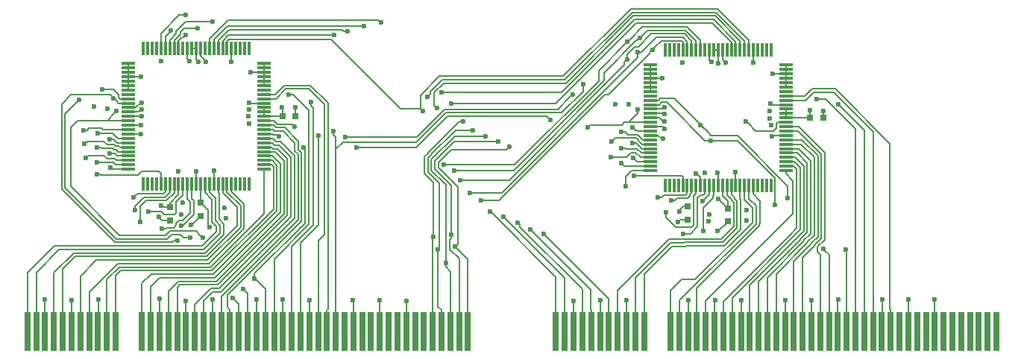
<source format=gbl>
G04 #@! TF.GenerationSoftware,KiCad,Pcbnew,(5.0.0-rc2-35-gda6600525)*
G04 #@! TF.CreationDate,2018-05-30T11:44:01-07:00*
G04 #@! TF.ProjectId,ram-based-register-card,72616D2D62617365642D726567697374,rev?*
G04 #@! TF.SameCoordinates,Original*
G04 #@! TF.FileFunction,Copper,L4,Bot,Signal*
G04 #@! TF.FilePolarity,Positive*
%FSLAX46Y46*%
G04 Gerber Fmt 4.6, Leading zero omitted, Abs format (unit mm)*
G04 Created by KiCad (PCBNEW (5.0.0-rc2-35-gda6600525)) date 05/30/18 11:44:01*
%MOMM*%
%LPD*%
G01*
G04 APERTURE LIST*
G04 #@! TA.AperFunction,ConnectorPad*
%ADD10R,0.700000X4.400000*%
G04 #@! TD*
G04 #@! TA.AperFunction,SMDPad,CuDef*
%ADD11R,1.500000X0.300000*%
G04 #@! TD*
G04 #@! TA.AperFunction,SMDPad,CuDef*
%ADD12R,0.300000X1.500000*%
G04 #@! TD*
G04 #@! TA.AperFunction,SMDPad,CuDef*
%ADD13R,0.750000X0.800000*%
G04 #@! TD*
G04 #@! TA.AperFunction,SMDPad,CuDef*
%ADD14R,0.800000X0.750000*%
G04 #@! TD*
G04 #@! TA.AperFunction,ViaPad*
%ADD15C,0.600000*%
G04 #@! TD*
G04 #@! TA.AperFunction,Conductor*
%ADD16C,0.200000*%
G04 #@! TD*
G04 APERTURE END LIST*
D10*
G04 #@! TO.P,P1,99*
G04 #@! TO.N,/rs1[31]*
X61950601Y-79689801D03*
G04 #@! TO.P,P1,100*
G04 #@! TO.N,/rs1[30]*
X62950601Y-79689801D03*
G04 #@! TO.P,P1,101*
G04 #@! TO.N,GND*
X63950601Y-79689801D03*
G04 #@! TO.P,P1,102*
G04 #@! TO.N,/rs1[29]*
X64950601Y-79689801D03*
G04 #@! TO.P,P1,103*
G04 #@! TO.N,/rs1[28]*
X65950601Y-79689801D03*
G04 #@! TO.P,P1,104*
G04 #@! TO.N,VCC*
X66950601Y-79689801D03*
G04 #@! TO.P,P1,105*
G04 #@! TO.N,/rs1[27]*
X67950601Y-79689801D03*
G04 #@! TO.P,P1,106*
G04 #@! TO.N,/rs1[26]*
X68950601Y-79689801D03*
G04 #@! TO.P,P1,107*
G04 #@! TO.N,GND*
X69950601Y-79689801D03*
G04 #@! TO.P,P1,108*
G04 #@! TO.N,/rs1[25]*
X70950601Y-79689801D03*
G04 #@! TO.P,P1,109*
G04 #@! TO.N,/rs1[24]*
X71950601Y-79689801D03*
G04 #@! TO.P,P1,110*
G04 #@! TO.N,/rs1[23]*
X74950601Y-79689801D03*
G04 #@! TO.P,P1,111*
G04 #@! TO.N,/rs1[22]*
X75950601Y-79689801D03*
G04 #@! TO.P,P1,112*
G04 #@! TO.N,GND*
X76950601Y-79689801D03*
G04 #@! TO.P,P1,113*
G04 #@! TO.N,/rs1[21]*
X77950601Y-79689801D03*
G04 #@! TO.P,P1,114*
G04 #@! TO.N,/rs1[20]*
X78950601Y-79689801D03*
G04 #@! TO.P,P1,115*
G04 #@! TO.N,VCC*
X79950601Y-79689801D03*
G04 #@! TO.P,P1,116*
G04 #@! TO.N,/rs1[19]*
X80950601Y-79689801D03*
G04 #@! TO.P,P1,117*
G04 #@! TO.N,/rs1[18]*
X81950601Y-79689801D03*
G04 #@! TO.P,P1,118*
G04 #@! TO.N,GND*
X82950601Y-79689801D03*
G04 #@! TO.P,P1,119*
G04 #@! TO.N,/rs1[17]*
X83950601Y-79689801D03*
G04 #@! TO.P,P1,120*
G04 #@! TO.N,/rs1[16]*
X84950601Y-79689801D03*
G04 #@! TO.P,P1,121*
G04 #@! TO.N,/~rd_bhh*
X85950601Y-79689801D03*
G04 #@! TO.P,P1,122*
G04 #@! TO.N,/~rd_bhl*
X86950601Y-79689801D03*
G04 #@! TO.P,P1,123*
G04 #@! TO.N,GND*
X87950601Y-79689801D03*
G04 #@! TO.P,P1,124*
G04 #@! TO.N,/~rd_wr*
X88950601Y-79689801D03*
G04 #@! TO.P,P1,125*
G04 #@! TO.N,/~rs2_bhh*
X89950601Y-79689801D03*
G04 #@! TO.P,P1,126*
G04 #@! TO.N,VCC*
X90950601Y-79689801D03*
G04 #@! TO.P,P1,127*
G04 #@! TO.N,/~rs2_bhl*
X91950601Y-79689801D03*
G04 #@! TO.P,P1,128*
G04 #@! TO.N,/~rs2_rd*
X92950601Y-79689801D03*
G04 #@! TO.P,P1,129*
G04 #@! TO.N,GND*
X93950601Y-79689801D03*
G04 #@! TO.P,P1,130*
G04 #@! TO.N,/~rs1_bhh*
X94950601Y-79689801D03*
G04 #@! TO.P,P1,131*
G04 #@! TO.N,/~rs1_bhl*
X95950601Y-79689801D03*
G04 #@! TO.P,P1,132*
G04 #@! TO.N,/~rs1_rd*
X96950601Y-79689801D03*
G04 #@! TO.P,P1,133*
G04 #@! TO.N,Net-(P1-Pad133)*
X97950601Y-79689801D03*
G04 #@! TO.P,P1,134*
G04 #@! TO.N,GND*
X98950601Y-79689801D03*
G04 #@! TO.P,P1,135*
G04 #@! TO.N,Net-(P1-Pad135)*
X99950601Y-79689801D03*
G04 #@! TO.P,P1,136*
G04 #@! TO.N,Net-(P1-Pad136)*
X100950601Y-79689801D03*
G04 #@! TO.P,P1,137*
G04 #@! TO.N,VCC*
X101950601Y-79689801D03*
G04 #@! TO.P,P1,138*
G04 #@! TO.N,Net-(P1-Pad138)*
X102950601Y-79689801D03*
G04 #@! TO.P,P1,139*
G04 #@! TO.N,Net-(P1-Pad139)*
X103950601Y-79689801D03*
G04 #@! TO.P,P1,140*
G04 #@! TO.N,GND*
X104950601Y-79689801D03*
G04 #@! TO.P,P1,141*
G04 #@! TO.N,Net-(P1-Pad141)*
X105950601Y-79689801D03*
G04 #@! TO.P,P1,142*
G04 #@! TO.N,Net-(P1-Pad142)*
X106950601Y-79689801D03*
G04 #@! TO.P,P1,143*
G04 #@! TO.N,/rs2a[4]*
X107950601Y-79689801D03*
G04 #@! TO.P,P1,144*
G04 #@! TO.N,/rs2a[3]*
X108950601Y-79689801D03*
G04 #@! TO.P,P1,145*
G04 #@! TO.N,/rs2a[2]*
X109950601Y-79689801D03*
G04 #@! TO.P,P1,146*
G04 #@! TO.N,/rs2a[1]*
X110950601Y-79689801D03*
G04 #@! TO.P,P1,147*
G04 #@! TO.N,/rs2a[0]*
X111950601Y-79689801D03*
G04 #@! TO.P,P1,148*
G04 #@! TO.N,/rs1a[4]*
X121950601Y-79689801D03*
G04 #@! TO.P,P1,159*
G04 #@! TO.N,/rs1[12]*
X134950601Y-79689801D03*
G04 #@! TO.P,P1,149*
G04 #@! TO.N,/rs1a[3]*
X122950601Y-79689801D03*
G04 #@! TO.P,P1,150*
G04 #@! TO.N,GND*
X123950601Y-79689801D03*
G04 #@! TO.P,P1,151*
G04 #@! TO.N,/rs1a[2]*
X124950601Y-79689801D03*
G04 #@! TO.P,P1,152*
G04 #@! TO.N,/rs1a[1]*
X125950601Y-79689801D03*
G04 #@! TO.P,P1,153*
G04 #@! TO.N,VCC*
X126950601Y-79689801D03*
G04 #@! TO.P,P1,154*
G04 #@! TO.N,/rs1a[0]*
X127950601Y-79689801D03*
G04 #@! TO.P,P1,155*
G04 #@! TO.N,/rs1[15]*
X128950601Y-79689801D03*
G04 #@! TO.P,P1,156*
G04 #@! TO.N,GND*
X129950601Y-79689801D03*
G04 #@! TO.P,P1,157*
G04 #@! TO.N,/rs1[14]*
X130950601Y-79689801D03*
G04 #@! TO.P,P1,158*
G04 #@! TO.N,/rs1[13]*
X131950601Y-79689801D03*
G04 #@! TO.P,P1,160*
G04 #@! TO.N,/rs1[11]*
X135950601Y-79689801D03*
G04 #@! TO.P,P1,161*
G04 #@! TO.N,GND*
X136950601Y-79689801D03*
G04 #@! TO.P,P1,162*
G04 #@! TO.N,/rs1[10]*
X137950601Y-79689801D03*
G04 #@! TO.P,P1,163*
G04 #@! TO.N,/rs1[9]*
X138950601Y-79689801D03*
G04 #@! TO.P,P1,164*
G04 #@! TO.N,VCC*
X139950601Y-79689801D03*
G04 #@! TO.P,P1,165*
G04 #@! TO.N,/rs1[8]*
X140950601Y-79689801D03*
G04 #@! TO.P,P1,166*
G04 #@! TO.N,/rs1[7]*
X141950601Y-79689801D03*
G04 #@! TO.P,P1,167*
G04 #@! TO.N,GND*
X142950601Y-79689801D03*
G04 #@! TO.P,P1,168*
G04 #@! TO.N,/rs1[6]*
X143950601Y-79689801D03*
G04 #@! TO.P,P1,169*
G04 #@! TO.N,/rs1[5]*
X144950601Y-79689801D03*
G04 #@! TO.P,P1,170*
G04 #@! TO.N,/rs1[4]*
X145950601Y-79689801D03*
G04 #@! TO.P,P1,171*
G04 #@! TO.N,/rs1[3]*
X146950601Y-79689801D03*
G04 #@! TO.P,P1,172*
G04 #@! TO.N,GND*
X147950601Y-79689801D03*
G04 #@! TO.P,P1,173*
G04 #@! TO.N,/rs1[2]*
X148950601Y-79689801D03*
G04 #@! TO.P,P1,174*
G04 #@! TO.N,/rs1[1]*
X149950601Y-79689801D03*
G04 #@! TO.P,P1,175*
G04 #@! TO.N,VCC*
X150950601Y-79689801D03*
G04 #@! TO.P,P1,176*
G04 #@! TO.N,/rs1[0]*
X151950601Y-79689801D03*
G04 #@! TO.P,P1,177*
G04 #@! TO.N,/~rd_blh*
X152950601Y-79689801D03*
G04 #@! TO.P,P1,178*
G04 #@! TO.N,GND*
X153950601Y-79689801D03*
G04 #@! TO.P,P1,179*
G04 #@! TO.N,/~rd_bll*
X154950601Y-79689801D03*
G04 #@! TO.P,P1,180*
G04 #@! TO.N,/~rs2_blh*
X155950601Y-79689801D03*
G04 #@! TO.P,P1,181*
G04 #@! TO.N,/~rs2_bll*
X156950601Y-79689801D03*
G04 #@! TO.P,P1,182*
G04 #@! TO.N,/~rs1_blh*
X157950601Y-79689801D03*
G04 #@! TO.P,P1,183*
G04 #@! TO.N,GND*
X158950601Y-79689801D03*
G04 #@! TO.P,P1,184*
G04 #@! TO.N,/~rs1_bll*
X159950601Y-79689801D03*
G04 #@! TO.P,P1,185*
G04 #@! TO.N,Net-(P1-Pad185)*
X160950601Y-79689801D03*
G04 #@! TO.P,P1,186*
G04 #@! TO.N,VCC*
X161950601Y-79689801D03*
G04 #@! TO.P,P1,187*
G04 #@! TO.N,Net-(P1-Pad187)*
X162950601Y-79689801D03*
G04 #@! TO.P,P1,188*
G04 #@! TO.N,Net-(P1-Pad188)*
X163950601Y-79689801D03*
G04 #@! TO.P,P1,189*
G04 #@! TO.N,GND*
X164950601Y-79689801D03*
G04 #@! TO.P,P1,190*
G04 #@! TO.N,Net-(P1-Pad190)*
X165950601Y-79689801D03*
G04 #@! TO.P,P1,191*
G04 #@! TO.N,Net-(P1-Pad191)*
X166950601Y-79689801D03*
G04 #@! TO.P,P1,192*
G04 #@! TO.N,Net-(P1-Pad192)*
X167950601Y-79689801D03*
G04 #@! TO.P,P1,193*
G04 #@! TO.N,Net-(P1-Pad193)*
X168950601Y-79689801D03*
G04 #@! TO.P,P1,194*
G04 #@! TO.N,Net-(P1-Pad194)*
X169950601Y-79689801D03*
G04 #@! TO.P,P1,195*
G04 #@! TO.N,Net-(P1-Pad195)*
X170950601Y-79689801D03*
G04 #@! TO.P,P1,196*
G04 #@! TO.N,Net-(P1-Pad196)*
X171950601Y-79689801D03*
G04 #@! TD*
D11*
G04 #@! TO.P,U3,100*
G04 #@! TO.N,/rs1[25]*
X88810000Y-61288000D03*
G04 #@! TO.P,U3,99*
G04 #@! TO.N,/rs1[24]*
X88810000Y-60788000D03*
G04 #@! TO.P,U3,98*
G04 #@! TO.N,/rs1[23]*
X88810000Y-60288000D03*
G04 #@! TO.P,U3,97*
G04 #@! TO.N,/rs1[22]*
X88810000Y-59788000D03*
G04 #@! TO.P,U3,96*
G04 #@! TO.N,/rs1[21]*
X88810000Y-59288000D03*
G04 #@! TO.P,U3,95*
G04 #@! TO.N,/rs1[20]*
X88810000Y-58788000D03*
G04 #@! TO.P,U3,94*
G04 #@! TO.N,/rs1[19]*
X88810000Y-58288000D03*
G04 #@! TO.P,U3,93*
G04 #@! TO.N,/rs1[18]*
X88810000Y-57788000D03*
G04 #@! TO.P,U3,92*
G04 #@! TO.N,GND*
X88810000Y-57288000D03*
G04 #@! TO.P,U3,91*
G04 #@! TO.N,/rs1[17]*
X88810000Y-56788000D03*
G04 #@! TO.P,U3,90*
G04 #@! TO.N,/rs1[16]*
X88810000Y-56288000D03*
G04 #@! TO.P,U3,89*
G04 #@! TO.N,/~rs1_rd*
X88810000Y-55788000D03*
G04 #@! TO.P,U3,88*
G04 #@! TO.N,VCC*
X88810000Y-55288000D03*
G04 #@! TO.P,U3,87*
X88810000Y-54788000D03*
G04 #@! TO.P,U3,86*
X88810000Y-54288000D03*
G04 #@! TO.P,U3,85*
G04 #@! TO.N,GND*
X88810000Y-53788000D03*
G04 #@! TO.P,U3,84*
G04 #@! TO.N,/~rs1_bhh*
X88810000Y-53288000D03*
G04 #@! TO.P,U3,83*
G04 #@! TO.N,/~rs1_bhl*
X88810000Y-52788000D03*
G04 #@! TO.P,U3,82*
G04 #@! TO.N,N/C*
X88810000Y-52288000D03*
G04 #@! TO.P,U3,81*
G04 #@! TO.N,GND*
X88810000Y-51788000D03*
G04 #@! TO.P,U3,80*
X88810000Y-51288000D03*
G04 #@! TO.P,U3,79*
X88810000Y-50788000D03*
G04 #@! TO.P,U3,78*
X88810000Y-50288000D03*
G04 #@! TO.P,U3,77*
X88810000Y-49788000D03*
G04 #@! TO.P,U3,76*
X88810000Y-49288000D03*
D12*
G04 #@! TO.P,U3,75*
G04 #@! TO.N,N/C*
X87110000Y-47588000D03*
G04 #@! TO.P,U3,74*
X86610000Y-47588000D03*
G04 #@! TO.P,U3,73*
X86110000Y-47588000D03*
G04 #@! TO.P,U3,72*
X85610000Y-47588000D03*
G04 #@! TO.P,U3,71*
G04 #@! TO.N,GND*
X85110000Y-47588000D03*
G04 #@! TO.P,U3,70*
G04 #@! TO.N,/rs1a[4]*
X84610000Y-47588000D03*
G04 #@! TO.P,U3,69*
G04 #@! TO.N,/rs1a[3]*
X84110000Y-47588000D03*
G04 #@! TO.P,U3,68*
G04 #@! TO.N,/rs1a[2]*
X83610000Y-47588000D03*
G04 #@! TO.P,U3,67*
G04 #@! TO.N,/rs1a[1]*
X83110000Y-47588000D03*
G04 #@! TO.P,U3,66*
G04 #@! TO.N,/rs1a[0]*
X82610000Y-47588000D03*
G04 #@! TO.P,U3,65*
G04 #@! TO.N,Net-(U3-Pad65)*
X82110000Y-47588000D03*
G04 #@! TO.P,U3,64*
G04 #@! TO.N,VCC*
X81610000Y-47588000D03*
G04 #@! TO.P,U3,63*
G04 #@! TO.N,GND*
X81110000Y-47588000D03*
G04 #@! TO.P,U3,62*
X80610000Y-47588000D03*
G04 #@! TO.P,U3,61*
G04 #@! TO.N,VCC*
X80110000Y-47588000D03*
G04 #@! TO.P,U3,60*
G04 #@! TO.N,Net-(U3-Pad60)*
X79610000Y-47588000D03*
G04 #@! TO.P,U3,59*
G04 #@! TO.N,/rda[0]*
X79110000Y-47588000D03*
G04 #@! TO.P,U3,58*
G04 #@! TO.N,/rda[1]*
X78610000Y-47588000D03*
G04 #@! TO.P,U3,57*
G04 #@! TO.N,/rda[2]*
X78110000Y-47588000D03*
G04 #@! TO.P,U3,56*
G04 #@! TO.N,/rda[3]*
X77610000Y-47588000D03*
G04 #@! TO.P,U3,55*
G04 #@! TO.N,/rda[4]*
X77110000Y-47588000D03*
G04 #@! TO.P,U3,54*
G04 #@! TO.N,N/C*
X76610000Y-47588000D03*
G04 #@! TO.P,U3,53*
X76110000Y-47588000D03*
G04 #@! TO.P,U3,52*
X75610000Y-47588000D03*
G04 #@! TO.P,U3,51*
X75110000Y-47588000D03*
D11*
G04 #@! TO.P,U3,50*
G04 #@! TO.N,GND*
X73410000Y-49288000D03*
G04 #@! TO.P,U3,49*
X73410000Y-49788000D03*
G04 #@! TO.P,U3,48*
X73410000Y-50288000D03*
G04 #@! TO.P,U3,47*
X73410000Y-50788000D03*
G04 #@! TO.P,U3,46*
X73410000Y-51288000D03*
G04 #@! TO.P,U3,45*
X73410000Y-51788000D03*
G04 #@! TO.P,U3,44*
X73410000Y-52288000D03*
G04 #@! TO.P,U3,43*
G04 #@! TO.N,N/C*
X73410000Y-52788000D03*
G04 #@! TO.P,U3,42*
G04 #@! TO.N,/~rd_bhl*
X73410000Y-53288000D03*
G04 #@! TO.P,U3,41*
G04 #@! TO.N,/~rd_bhh*
X73410000Y-53788000D03*
G04 #@! TO.P,U3,40*
G04 #@! TO.N,GND*
X73410000Y-54288000D03*
G04 #@! TO.P,U3,39*
G04 #@! TO.N,VCC*
X73410000Y-54788000D03*
G04 #@! TO.P,U3,38*
G04 #@! TO.N,GND*
X73410000Y-55288000D03*
G04 #@! TO.P,U3,37*
G04 #@! TO.N,/~rd_wr*
X73410000Y-55788000D03*
G04 #@! TO.P,U3,36*
G04 #@! TO.N,VCC*
X73410000Y-56288000D03*
G04 #@! TO.P,U3,35*
G04 #@! TO.N,/rd[31]*
X73410000Y-56788000D03*
G04 #@! TO.P,U3,34*
G04 #@! TO.N,GND*
X73410000Y-57288000D03*
G04 #@! TO.P,U3,33*
G04 #@! TO.N,/rd[30]*
X73410000Y-57788000D03*
G04 #@! TO.P,U3,32*
G04 #@! TO.N,/rd[29]*
X73410000Y-58288000D03*
G04 #@! TO.P,U3,31*
G04 #@! TO.N,/rd[28]*
X73410000Y-58788000D03*
G04 #@! TO.P,U3,30*
G04 #@! TO.N,/rd[27]*
X73410000Y-59288000D03*
G04 #@! TO.P,U3,29*
G04 #@! TO.N,/rd[26]*
X73410000Y-59788000D03*
G04 #@! TO.P,U3,28*
G04 #@! TO.N,/rd[25]*
X73410000Y-60288000D03*
G04 #@! TO.P,U3,27*
G04 #@! TO.N,/rd[24]*
X73410000Y-60788000D03*
G04 #@! TO.P,U3,26*
G04 #@! TO.N,/rd[23]*
X73410000Y-61288000D03*
D12*
G04 #@! TO.P,U3,25*
G04 #@! TO.N,N/C*
X75110000Y-62988000D03*
G04 #@! TO.P,U3,24*
X75610000Y-62988000D03*
G04 #@! TO.P,U3,23*
X76110000Y-62988000D03*
G04 #@! TO.P,U3,22*
X76610000Y-62988000D03*
G04 #@! TO.P,U3,21*
G04 #@! TO.N,/rd[22]*
X77110000Y-62988000D03*
G04 #@! TO.P,U3,20*
G04 #@! TO.N,/rd[21]*
X77610000Y-62988000D03*
G04 #@! TO.P,U3,19*
G04 #@! TO.N,/rd[20]*
X78110000Y-62988000D03*
G04 #@! TO.P,U3,18*
G04 #@! TO.N,/rd[19]*
X78610000Y-62988000D03*
G04 #@! TO.P,U3,17*
G04 #@! TO.N,VCC*
X79110000Y-62988000D03*
G04 #@! TO.P,U3,16*
G04 #@! TO.N,/rd[18]*
X79610000Y-62988000D03*
G04 #@! TO.P,U3,15*
G04 #@! TO.N,/rd[17]*
X80110000Y-62988000D03*
G04 #@! TO.P,U3,14*
G04 #@! TO.N,/rd[16]*
X80610000Y-62988000D03*
G04 #@! TO.P,U3,13*
G04 #@! TO.N,GND*
X81110000Y-62988000D03*
G04 #@! TO.P,U3,12*
G04 #@! TO.N,VCC*
X81610000Y-62988000D03*
G04 #@! TO.P,U3,11*
G04 #@! TO.N,/rs1[31]*
X82110000Y-62988000D03*
G04 #@! TO.P,U3,10*
G04 #@! TO.N,/rs1[30]*
X82610000Y-62988000D03*
G04 #@! TO.P,U3,9*
G04 #@! TO.N,GND*
X83110000Y-62988000D03*
G04 #@! TO.P,U3,8*
G04 #@! TO.N,/rs1[29]*
X83610000Y-62988000D03*
G04 #@! TO.P,U3,7*
G04 #@! TO.N,/rs1[28]*
X84110000Y-62988000D03*
G04 #@! TO.P,U3,6*
G04 #@! TO.N,/rs1[27]*
X84610000Y-62988000D03*
G04 #@! TO.P,U3,5*
G04 #@! TO.N,/rs1[26]*
X85110000Y-62988000D03*
G04 #@! TO.P,U3,4*
G04 #@! TO.N,N/C*
X85610000Y-62988000D03*
G04 #@! TO.P,U3,3*
X86110000Y-62988000D03*
G04 #@! TO.P,U3,2*
X86610000Y-62988000D03*
G04 #@! TO.P,U3,1*
X87110000Y-62988000D03*
G04 #@! TD*
G04 #@! TO.P,U4,1*
G04 #@! TO.N,N/C*
X146350000Y-63150000D03*
G04 #@! TO.P,U4,2*
X145850000Y-63150000D03*
G04 #@! TO.P,U4,3*
X145350000Y-63150000D03*
G04 #@! TO.P,U4,4*
X144850000Y-63150000D03*
G04 #@! TO.P,U4,5*
G04 #@! TO.N,/rs1[10]*
X144350000Y-63150000D03*
G04 #@! TO.P,U4,6*
G04 #@! TO.N,/rs1[11]*
X143850000Y-63150000D03*
G04 #@! TO.P,U4,7*
G04 #@! TO.N,/rs1[12]*
X143350000Y-63150000D03*
G04 #@! TO.P,U4,8*
G04 #@! TO.N,/rs1[13]*
X142850000Y-63150000D03*
G04 #@! TO.P,U4,9*
G04 #@! TO.N,GND*
X142350000Y-63150000D03*
G04 #@! TO.P,U4,10*
G04 #@! TO.N,/rs1[14]*
X141850000Y-63150000D03*
G04 #@! TO.P,U4,11*
G04 #@! TO.N,/rs1[15]*
X141350000Y-63150000D03*
G04 #@! TO.P,U4,12*
G04 #@! TO.N,VCC*
X140850000Y-63150000D03*
G04 #@! TO.P,U4,13*
G04 #@! TO.N,GND*
X140350000Y-63150000D03*
G04 #@! TO.P,U4,14*
G04 #@! TO.N,/rd[0]*
X139850000Y-63150000D03*
G04 #@! TO.P,U4,15*
G04 #@! TO.N,/rd[1]*
X139350000Y-63150000D03*
G04 #@! TO.P,U4,16*
G04 #@! TO.N,/rd[2]*
X138850000Y-63150000D03*
G04 #@! TO.P,U4,17*
G04 #@! TO.N,VCC*
X138350000Y-63150000D03*
G04 #@! TO.P,U4,18*
G04 #@! TO.N,/rd[3]*
X137850000Y-63150000D03*
G04 #@! TO.P,U4,19*
G04 #@! TO.N,/rd[4]*
X137350000Y-63150000D03*
G04 #@! TO.P,U4,20*
G04 #@! TO.N,/rd[5]*
X136850000Y-63150000D03*
G04 #@! TO.P,U4,21*
G04 #@! TO.N,/rd[6]*
X136350000Y-63150000D03*
G04 #@! TO.P,U4,22*
G04 #@! TO.N,N/C*
X135850000Y-63150000D03*
G04 #@! TO.P,U4,23*
X135350000Y-63150000D03*
G04 #@! TO.P,U4,24*
X134850000Y-63150000D03*
G04 #@! TO.P,U4,25*
X134350000Y-63150000D03*
D11*
G04 #@! TO.P,U4,26*
G04 #@! TO.N,/rd[7]*
X132650000Y-61450000D03*
G04 #@! TO.P,U4,27*
G04 #@! TO.N,/rd[8]*
X132650000Y-60950000D03*
G04 #@! TO.P,U4,28*
G04 #@! TO.N,/rd[9]*
X132650000Y-60450000D03*
G04 #@! TO.P,U4,29*
G04 #@! TO.N,/rd[10]*
X132650000Y-59950000D03*
G04 #@! TO.P,U4,30*
G04 #@! TO.N,/rd[11]*
X132650000Y-59450000D03*
G04 #@! TO.P,U4,31*
G04 #@! TO.N,/rd[12]*
X132650000Y-58950000D03*
G04 #@! TO.P,U4,32*
G04 #@! TO.N,/rd[13]*
X132650000Y-58450000D03*
G04 #@! TO.P,U4,33*
G04 #@! TO.N,/rd[14]*
X132650000Y-57950000D03*
G04 #@! TO.P,U4,34*
G04 #@! TO.N,GND*
X132650000Y-57450000D03*
G04 #@! TO.P,U4,35*
G04 #@! TO.N,/rd[15]*
X132650000Y-56950000D03*
G04 #@! TO.P,U4,36*
G04 #@! TO.N,VCC*
X132650000Y-56450000D03*
G04 #@! TO.P,U4,37*
G04 #@! TO.N,/~rd_wr*
X132650000Y-55950000D03*
G04 #@! TO.P,U4,38*
G04 #@! TO.N,GND*
X132650000Y-55450000D03*
G04 #@! TO.P,U4,39*
G04 #@! TO.N,VCC*
X132650000Y-54950000D03*
G04 #@! TO.P,U4,40*
G04 #@! TO.N,GND*
X132650000Y-54450000D03*
G04 #@! TO.P,U4,41*
G04 #@! TO.N,/~rd_blh*
X132650000Y-53950000D03*
G04 #@! TO.P,U4,42*
G04 #@! TO.N,/~rd_bll*
X132650000Y-53450000D03*
G04 #@! TO.P,U4,43*
G04 #@! TO.N,N/C*
X132650000Y-52950000D03*
G04 #@! TO.P,U4,44*
G04 #@! TO.N,GND*
X132650000Y-52450000D03*
G04 #@! TO.P,U4,45*
X132650000Y-51950000D03*
G04 #@! TO.P,U4,46*
X132650000Y-51450000D03*
G04 #@! TO.P,U4,47*
X132650000Y-50950000D03*
G04 #@! TO.P,U4,48*
X132650000Y-50450000D03*
G04 #@! TO.P,U4,49*
X132650000Y-49950000D03*
G04 #@! TO.P,U4,50*
X132650000Y-49450000D03*
D12*
G04 #@! TO.P,U4,51*
G04 #@! TO.N,N/C*
X134350000Y-47750000D03*
G04 #@! TO.P,U4,52*
X134850000Y-47750000D03*
G04 #@! TO.P,U4,53*
X135350000Y-47750000D03*
G04 #@! TO.P,U4,54*
X135850000Y-47750000D03*
G04 #@! TO.P,U4,55*
G04 #@! TO.N,/rda[4]*
X136350000Y-47750000D03*
G04 #@! TO.P,U4,56*
G04 #@! TO.N,/rda[3]*
X136850000Y-47750000D03*
G04 #@! TO.P,U4,57*
G04 #@! TO.N,/rda[2]*
X137350000Y-47750000D03*
G04 #@! TO.P,U4,58*
G04 #@! TO.N,/rda[1]*
X137850000Y-47750000D03*
G04 #@! TO.P,U4,59*
G04 #@! TO.N,/rda[0]*
X138350000Y-47750000D03*
G04 #@! TO.P,U4,60*
G04 #@! TO.N,Net-(U4-Pad60)*
X138850000Y-47750000D03*
G04 #@! TO.P,U4,61*
G04 #@! TO.N,VCC*
X139350000Y-47750000D03*
G04 #@! TO.P,U4,62*
G04 #@! TO.N,GND*
X139850000Y-47750000D03*
G04 #@! TO.P,U4,63*
X140350000Y-47750000D03*
G04 #@! TO.P,U4,64*
G04 #@! TO.N,VCC*
X140850000Y-47750000D03*
G04 #@! TO.P,U4,65*
G04 #@! TO.N,Net-(U4-Pad65)*
X141350000Y-47750000D03*
G04 #@! TO.P,U4,66*
G04 #@! TO.N,/rs1a[0]*
X141850000Y-47750000D03*
G04 #@! TO.P,U4,67*
G04 #@! TO.N,/rs1a[1]*
X142350000Y-47750000D03*
G04 #@! TO.P,U4,68*
G04 #@! TO.N,/rs1a[2]*
X142850000Y-47750000D03*
G04 #@! TO.P,U4,69*
G04 #@! TO.N,/rs1a[3]*
X143350000Y-47750000D03*
G04 #@! TO.P,U4,70*
G04 #@! TO.N,/rs1a[4]*
X143850000Y-47750000D03*
G04 #@! TO.P,U4,71*
G04 #@! TO.N,GND*
X144350000Y-47750000D03*
G04 #@! TO.P,U4,72*
G04 #@! TO.N,N/C*
X144850000Y-47750000D03*
G04 #@! TO.P,U4,73*
X145350000Y-47750000D03*
G04 #@! TO.P,U4,74*
X145850000Y-47750000D03*
G04 #@! TO.P,U4,75*
X146350000Y-47750000D03*
D11*
G04 #@! TO.P,U4,76*
G04 #@! TO.N,GND*
X148050000Y-49450000D03*
G04 #@! TO.P,U4,77*
X148050000Y-49950000D03*
G04 #@! TO.P,U4,78*
X148050000Y-50450000D03*
G04 #@! TO.P,U4,79*
X148050000Y-50950000D03*
G04 #@! TO.P,U4,80*
X148050000Y-51450000D03*
G04 #@! TO.P,U4,81*
X148050000Y-51950000D03*
G04 #@! TO.P,U4,82*
G04 #@! TO.N,N/C*
X148050000Y-52450000D03*
G04 #@! TO.P,U4,83*
G04 #@! TO.N,/~rs1_bll*
X148050000Y-52950000D03*
G04 #@! TO.P,U4,84*
G04 #@! TO.N,/~rs1_blh*
X148050000Y-53450000D03*
G04 #@! TO.P,U4,85*
G04 #@! TO.N,GND*
X148050000Y-53950000D03*
G04 #@! TO.P,U4,86*
G04 #@! TO.N,VCC*
X148050000Y-54450000D03*
G04 #@! TO.P,U4,87*
X148050000Y-54950000D03*
G04 #@! TO.P,U4,88*
X148050000Y-55450000D03*
G04 #@! TO.P,U4,89*
G04 #@! TO.N,/~rs1_rd*
X148050000Y-55950000D03*
G04 #@! TO.P,U4,90*
G04 #@! TO.N,/rs1[0]*
X148050000Y-56450000D03*
G04 #@! TO.P,U4,91*
G04 #@! TO.N,/rs1[1]*
X148050000Y-56950000D03*
G04 #@! TO.P,U4,92*
G04 #@! TO.N,GND*
X148050000Y-57450000D03*
G04 #@! TO.P,U4,93*
G04 #@! TO.N,/rs1[2]*
X148050000Y-57950000D03*
G04 #@! TO.P,U4,94*
G04 #@! TO.N,/rs1[3]*
X148050000Y-58450000D03*
G04 #@! TO.P,U4,95*
G04 #@! TO.N,/rs1[4]*
X148050000Y-58950000D03*
G04 #@! TO.P,U4,96*
G04 #@! TO.N,/rs1[5]*
X148050000Y-59450000D03*
G04 #@! TO.P,U4,97*
G04 #@! TO.N,/rs1[6]*
X148050000Y-59950000D03*
G04 #@! TO.P,U4,98*
G04 #@! TO.N,/rs1[7]*
X148050000Y-60450000D03*
G04 #@! TO.P,U4,99*
G04 #@! TO.N,/rs1[8]*
X148050000Y-60950000D03*
G04 #@! TO.P,U4,100*
G04 #@! TO.N,/rs1[9]*
X148050000Y-61450000D03*
G04 #@! TD*
D13*
G04 #@! TO.P,C7,1*
G04 #@! TO.N,VCC*
X81630000Y-65088000D03*
G04 #@! TO.P,C7,2*
G04 #@! TO.N,GND*
X81630000Y-66588000D03*
G04 #@! TD*
G04 #@! TO.P,C8,2*
G04 #@! TO.N,GND*
X78120000Y-67120000D03*
G04 #@! TO.P,C8,1*
G04 #@! TO.N,VCC*
X78120000Y-65620000D03*
G04 #@! TD*
D14*
G04 #@! TO.P,C9,1*
G04 #@! TO.N,VCC*
X90900000Y-55280000D03*
G04 #@! TO.P,C9,2*
G04 #@! TO.N,GND*
X92400000Y-55280000D03*
G04 #@! TD*
D13*
G04 #@! TO.P,C10,2*
G04 #@! TO.N,GND*
X136920000Y-67020000D03*
G04 #@! TO.P,C10,1*
G04 #@! TO.N,VCC*
X136920000Y-65520000D03*
G04 #@! TD*
G04 #@! TO.P,C11,1*
G04 #@! TO.N,VCC*
X141450000Y-65740000D03*
G04 #@! TO.P,C11,2*
G04 #@! TO.N,GND*
X141450000Y-67240000D03*
G04 #@! TD*
D14*
G04 #@! TO.P,C12,2*
G04 #@! TO.N,GND*
X152290000Y-55450000D03*
G04 #@! TO.P,C12,1*
G04 #@! TO.N,VCC*
X150790000Y-55450000D03*
G04 #@! TD*
D15*
G04 #@! TO.N,/rd[31]*
X68280000Y-56830010D03*
G04 #@! TO.N,/rd[30]*
X69919925Y-57242549D03*
G04 #@! TO.N,/rd[29]*
X71260733Y-57887277D03*
G04 #@! TO.N,/rd[28]*
X68402447Y-58430033D03*
G04 #@! TO.N,/rd[27]*
X69880041Y-58842572D03*
G04 #@! TO.N,/rd[26]*
X71272193Y-59521901D03*
G04 #@! TO.N,/rd[25]*
X68563382Y-60030056D03*
G04 #@! TO.N,/rd[24]*
X69867801Y-60521922D03*
G04 #@! TO.N,/rd[23]*
X71372662Y-61121924D03*
G04 #@! TO.N,/rd[22]*
X69850000Y-61898000D03*
G04 #@! TO.N,/rd[21]*
X73990000Y-64480000D03*
G04 #@! TO.N,/rd[20]*
X74130000Y-65920000D03*
G04 #@! TO.N,/rd[19]*
X74780000Y-67300000D03*
G04 #@! TO.N,/rd[18]*
X75720000Y-66090000D03*
G04 #@! TO.N,/rd[17]*
X77188909Y-68069990D03*
G04 #@! TO.N,/rd[16]*
X79420000Y-67719975D03*
G04 #@! TO.N,/rd[15]*
X130650000Y-56550010D03*
G04 #@! TO.N,/rd[14]*
X129370000Y-57050000D03*
G04 #@! TO.N,/rd[13]*
X128252117Y-58152127D03*
G04 #@! TO.N,/rd[12]*
X130670000Y-58349990D03*
G04 #@! TO.N,/rd[11]*
X129370000Y-58900010D03*
G04 #@! TO.N,/rd[10]*
X128210672Y-59890672D03*
G04 #@! TO.N,/rd[9]*
X130720000Y-59999990D03*
G04 #@! TO.N,/rd[8]*
X129390000Y-60600000D03*
G04 #@! TO.N,/rd[7]*
X129850000Y-63200000D03*
G04 #@! TO.N,/rd[6]*
X130770000Y-62040000D03*
G04 #@! TO.N,/rd[5]*
X133470000Y-64490000D03*
G04 #@! TO.N,/rd[4]*
X135040000Y-64850000D03*
G04 #@! TO.N,/rd[3]*
X134410000Y-66220000D03*
G04 #@! TO.N,/rd[2]*
X136380000Y-68610000D03*
G04 #@! TO.N,/rd[1]*
X138595022Y-64872195D03*
G04 #@! TO.N,/rd[0]*
X138650000Y-68290000D03*
G04 #@! TO.N,/rda[4]*
X132908514Y-47689979D03*
X113410000Y-64810000D03*
X79910000Y-43780000D03*
G04 #@! TO.N,/rda[3]*
X78250010Y-45557917D03*
X131206309Y-47968484D03*
X112177953Y-63944997D03*
G04 #@! TO.N,/rda[2]*
X130020000Y-48800000D03*
X111089924Y-62550000D03*
X82950000Y-44550000D03*
G04 #@! TO.N,/rda[1]*
X131460000Y-46360000D03*
X110363628Y-61406372D03*
X81310000Y-45260000D03*
G04 #@! TO.N,/rda[0]*
X130066273Y-46806273D03*
X109195778Y-60804222D03*
X79930945Y-46025164D03*
G04 #@! TO.N,/rs2a[4]*
X108020000Y-69020000D03*
X111414426Y-55860010D03*
G04 #@! TO.N,/rs2a[3]*
X108569990Y-70420000D03*
X112480000Y-56830000D03*
G04 #@! TO.N,/rs2a[2]*
X109430000Y-71980000D03*
X113940000Y-57520000D03*
G04 #@! TO.N,/rs2a[1]*
X115350000Y-58180000D03*
X110090010Y-68726582D03*
G04 #@! TO.N,/rs2a[0]*
X110509968Y-70105728D03*
X116620000Y-58770000D03*
G04 #@! TO.N,/rs1a[4]*
X114500000Y-66070000D03*
X106860000Y-54710000D03*
G04 #@! TO.N,/rs1a[3]*
X116000000Y-66700000D03*
X107350000Y-53060000D03*
X96800000Y-46020032D03*
G04 #@! TO.N,/rs1a[2]*
X117560000Y-67330000D03*
X108430000Y-54370000D03*
X98310000Y-45630000D03*
G04 #@! TO.N,/rs1a[1]*
X119050000Y-68150000D03*
X108990000Y-52570000D03*
X100190002Y-45020000D03*
G04 #@! TO.N,/rs1a[0]*
X120560000Y-68650000D03*
X110060000Y-53859968D03*
X102100000Y-44610000D03*
G04 #@! TO.N,GND*
X63940000Y-76130000D03*
X69970000Y-76070000D03*
X76920000Y-76030000D03*
X82970000Y-76060000D03*
X87940000Y-76100000D03*
X94010000Y-76150000D03*
X98920000Y-76170000D03*
X104940000Y-76240000D03*
X87144341Y-53710572D03*
X86999983Y-55303999D03*
X87320000Y-50280000D03*
X85110000Y-49080000D03*
X74870000Y-50750000D03*
X69530000Y-54170000D03*
X83160000Y-61480000D03*
X81140000Y-61520000D03*
X79070000Y-61500000D03*
X76854622Y-66690012D03*
X90460223Y-57560033D03*
X123960000Y-76220000D03*
X129940000Y-76170000D03*
X136940000Y-76180000D03*
X142960000Y-76150000D03*
X147970000Y-76170000D03*
X153970000Y-76130000D03*
X158970000Y-76130000D03*
X164950000Y-76090000D03*
X139295024Y-67240000D03*
X144360000Y-49140000D03*
X136300000Y-49140000D03*
X133990000Y-50940000D03*
X128720000Y-53930000D03*
X142280000Y-61650000D03*
X140280607Y-68309078D03*
X140249990Y-61690000D03*
X143595023Y-67155033D03*
X146580000Y-50430000D03*
X81330000Y-49040000D03*
X140376644Y-49208709D03*
X77120000Y-48980000D03*
X74890000Y-55300000D03*
X74914302Y-53700845D03*
X74840000Y-57310000D03*
X134072625Y-57800272D03*
X134243114Y-55843336D03*
X134253568Y-54243378D03*
X135779886Y-67285770D03*
X80495703Y-67645753D03*
X79409048Y-66440160D03*
X84451575Y-66894249D03*
X146490000Y-57519872D03*
X146320000Y-53850000D03*
X146240846Y-55480005D03*
X138820000Y-61720000D03*
X92370341Y-54269282D03*
X152290000Y-54640011D03*
G04 #@! TO.N,VCC*
X66940000Y-76180000D03*
X90960000Y-76130000D03*
X101900000Y-76170000D03*
X79950000Y-76221465D03*
X87079652Y-54507964D03*
X87080000Y-56100000D03*
X84330000Y-65700000D03*
X79600000Y-65110000D03*
X77140000Y-65450000D03*
X71054222Y-54437258D03*
X126960000Y-76170000D03*
X139990000Y-76150000D03*
X150950000Y-76170000D03*
X161930000Y-76080000D03*
X139309998Y-66440000D03*
X130230000Y-53910000D03*
X140350000Y-64650000D03*
X143578399Y-65904042D03*
X150800000Y-54550010D03*
X80360000Y-49030000D03*
X82239998Y-49060000D03*
X141210000Y-49200000D03*
X139582754Y-49109928D03*
X74878742Y-54500067D03*
X74870000Y-56290000D03*
X134243411Y-55043325D03*
X134249998Y-56660000D03*
X135938263Y-66085759D03*
X82590053Y-67900674D03*
X146377043Y-56319861D03*
X146235639Y-54680010D03*
X137850000Y-61750000D03*
X90877326Y-54269279D03*
G04 #@! TO.N,/~rd_bhh*
X71731549Y-53189990D03*
X79010000Y-69410000D03*
X85230000Y-75910000D03*
G04 #@! TO.N,/~rd_bhl*
X67770000Y-53440000D03*
X70400000Y-52190000D03*
X80400000Y-69100000D03*
X86393015Y-74891126D03*
G04 #@! TO.N,/~rd_wr*
X87737822Y-73677822D03*
X99300000Y-58850000D03*
X121310000Y-55670000D03*
X125510000Y-56550000D03*
X131260000Y-54480000D03*
X81833976Y-69083976D03*
X93310001Y-58780000D03*
X72040000Y-54695790D03*
G04 #@! TO.N,/~rs2_bhh*
X91640000Y-52770000D03*
G04 #@! TO.N,/~rs2_bhl*
X94170728Y-53669272D03*
G04 #@! TO.N,/~rs2_rd*
X98030000Y-57620000D03*
X123848899Y-52784057D03*
X94986095Y-57447292D03*
G04 #@! TO.N,/~rs1_rd*
X92300000Y-56460000D03*
X143510000Y-55849990D03*
X125048299Y-51618054D03*
X96686647Y-56925365D03*
G04 #@! TO.N,/~rs2_bll*
X153959272Y-53900728D03*
G04 #@! TO.N,/~rs2_blh*
X151510000Y-53340000D03*
G04 #@! TO.N,/~rd_blh*
X146830000Y-65320000D03*
X139560544Y-58040011D03*
X152280000Y-70360000D03*
G04 #@! TO.N,/~rd_bll*
X148269891Y-64540000D03*
X138350000Y-56263767D03*
X154840000Y-70410004D03*
G04 #@! TD*
D16*
G04 #@! TO.N,/rd[31]*
X68704264Y-56830010D02*
X68280000Y-56830010D01*
X70325689Y-56630011D02*
X68904263Y-56630011D01*
X70483678Y-56788000D02*
X70325689Y-56630011D01*
X68904263Y-56630011D02*
X68704264Y-56830010D01*
X73410000Y-56788000D02*
X70483678Y-56788000D01*
G04 #@! TO.N,/rd[30]*
X73410000Y-57788000D02*
X72170000Y-57788000D01*
X72170000Y-57788000D02*
X71624549Y-57242549D01*
X70344189Y-57242549D02*
X69919925Y-57242549D01*
X71624549Y-57242549D02*
X70344189Y-57242549D01*
G04 #@! TO.N,/rd[29]*
X73410000Y-58288000D02*
X72104300Y-58288000D01*
X72104300Y-58288000D02*
X71703577Y-57887277D01*
X71703577Y-57887277D02*
X71684997Y-57887277D01*
X71684997Y-57887277D02*
X71260733Y-57887277D01*
G04 #@! TO.N,/rd[28]*
X71938611Y-58688011D02*
X71748620Y-58498020D01*
X70983474Y-58498020D02*
X70615488Y-58130034D01*
X68702446Y-58130034D02*
X68402447Y-58430033D01*
X72360011Y-58688011D02*
X71938611Y-58688011D01*
X70615488Y-58130034D02*
X68702446Y-58130034D01*
X71748620Y-58498020D02*
X70983474Y-58498020D01*
X73410000Y-58788000D02*
X72460000Y-58788000D01*
X72460000Y-58788000D02*
X72360011Y-58688011D01*
G04 #@! TO.N,/rd[27]*
X70304305Y-58842572D02*
X69880041Y-58842572D01*
X71768622Y-59088022D02*
X71578631Y-58898031D01*
X73410000Y-59288000D02*
X72215682Y-59288000D01*
X72215682Y-59288000D02*
X72015704Y-59088022D01*
X70359764Y-58898031D02*
X70304305Y-58842572D01*
X71578631Y-58898031D02*
X70359764Y-58898031D01*
X72015704Y-59088022D02*
X71768622Y-59088022D01*
G04 #@! TO.N,/rd[26]*
X73410000Y-59788000D02*
X72140254Y-59788000D01*
X71696457Y-59521901D02*
X71272193Y-59521901D01*
X71874155Y-59521901D02*
X71696457Y-59521901D01*
X72140254Y-59788000D02*
X71874155Y-59521901D01*
G04 #@! TO.N,/rd[25]*
X72050000Y-60288000D02*
X71883903Y-60121903D01*
X73410000Y-60288000D02*
X72050000Y-60288000D01*
X68863381Y-59730057D02*
X68563382Y-60030056D01*
X70592345Y-59730057D02*
X68863381Y-59730057D01*
X70984191Y-60121903D02*
X70592345Y-59730057D01*
X71883903Y-60121903D02*
X70984191Y-60121903D01*
G04 #@! TO.N,/rd[24]*
X71718222Y-60521922D02*
X70292065Y-60521922D01*
X73410000Y-60788000D02*
X71984300Y-60788000D01*
X71984300Y-60788000D02*
X71718222Y-60521922D01*
X70292065Y-60521922D02*
X69867801Y-60521922D01*
G04 #@! TO.N,/rd[23]*
X73410000Y-61288000D02*
X71538738Y-61288000D01*
X71538738Y-61288000D02*
X71372662Y-61121924D01*
G04 #@! TO.N,/rd[22]*
X70274264Y-61898000D02*
X70294264Y-61918000D01*
X69850000Y-61898000D02*
X70274264Y-61898000D01*
X70294264Y-61918000D02*
X74510000Y-61918000D01*
X74510000Y-61918000D02*
X74880000Y-61548000D01*
X74880000Y-61548000D02*
X76840000Y-61548000D01*
X77110000Y-61818000D02*
X77110000Y-62988000D01*
X76840000Y-61548000D02*
X77110000Y-61818000D01*
G04 #@! TO.N,/rd[21]*
X74289999Y-64180001D02*
X73990000Y-64480000D01*
X77388598Y-64040001D02*
X74429999Y-64040001D01*
X77610000Y-62988000D02*
X77610000Y-63818599D01*
X74429999Y-64040001D02*
X74289999Y-64180001D01*
X77610000Y-63818599D02*
X77388598Y-64040001D01*
G04 #@! TO.N,/rd[20]*
X75175749Y-64449987D02*
X74130000Y-65495736D01*
X74130000Y-65495736D02*
X74130000Y-65920000D01*
X77544312Y-64449987D02*
X75175749Y-64449987D01*
X78110000Y-63884299D02*
X77544312Y-64449987D01*
X78110000Y-62988000D02*
X78110000Y-63884299D01*
G04 #@! TO.N,/rd[19]*
X77710001Y-64849998D02*
X75402000Y-64849998D01*
X78610000Y-63949999D02*
X77710001Y-64849998D01*
X75402000Y-64849998D02*
X74780000Y-65471998D01*
X78610000Y-62988000D02*
X78610000Y-63949999D01*
X74780000Y-66875736D02*
X74780000Y-67300000D01*
X74780000Y-65471998D02*
X74780000Y-66875736D01*
G04 #@! TO.N,/rd[18]*
X78809047Y-65022951D02*
X78809047Y-66245955D01*
X78809047Y-66245955D02*
X78655002Y-66400000D01*
X79610000Y-64221998D02*
X78809047Y-65022951D01*
X78655002Y-66400000D02*
X77446510Y-66400000D01*
X77136510Y-66090000D02*
X76144264Y-66090000D01*
X76144264Y-66090000D02*
X75720000Y-66090000D01*
X79610000Y-62988000D02*
X79610000Y-64221998D01*
X77446510Y-66400000D02*
X77136510Y-66090000D01*
G04 #@! TO.N,/rd[17]*
X80110000Y-64701998D02*
X80420001Y-65011999D01*
X78819998Y-67431973D02*
X78819998Y-67621998D01*
X79577779Y-67119973D02*
X79131998Y-67119973D01*
X78522020Y-67919976D02*
X77763187Y-67919976D01*
X77613173Y-68069990D02*
X77188909Y-68069990D01*
X80110000Y-62988000D02*
X80110000Y-64701998D01*
X78819998Y-67621998D02*
X78522020Y-67919976D01*
X80420001Y-65011999D02*
X80420001Y-66277751D01*
X80420001Y-66277751D02*
X79577779Y-67119973D01*
X79131998Y-67119973D02*
X78819998Y-67431973D01*
X77763187Y-67919976D02*
X77613173Y-68069990D01*
G04 #@! TO.N,/rd[16]*
X80610000Y-62988000D02*
X80610000Y-64636298D01*
X80820012Y-64846310D02*
X80820012Y-66443440D01*
X79543477Y-67719975D02*
X79420000Y-67719975D01*
X80610000Y-64636298D02*
X80820012Y-64846310D01*
X80820012Y-66443440D02*
X79543477Y-67719975D01*
G04 #@! TO.N,/rd[15]*
X132650000Y-56950000D02*
X131229990Y-56950000D01*
X130949999Y-56850009D02*
X130650000Y-56550010D01*
X131129999Y-56850009D02*
X130949999Y-56850009D01*
X131229990Y-56950000D02*
X131129999Y-56850009D01*
G04 #@! TO.N,/rd[14]*
X131220791Y-57349977D02*
X131820814Y-57950000D01*
X131820814Y-57950000D02*
X132650000Y-57950000D01*
X130094241Y-57349977D02*
X131220791Y-57349977D01*
X129794264Y-57050000D02*
X130094241Y-57349977D01*
X129370000Y-57050000D02*
X129794264Y-57050000D01*
G04 #@! TO.N,/rd[13]*
X131055102Y-57749988D02*
X128654256Y-57749988D01*
X131755114Y-58450000D02*
X131055102Y-57749988D01*
X132650000Y-58450000D02*
X131755114Y-58450000D01*
X128552116Y-57852128D02*
X128252117Y-58152127D01*
X128654256Y-57749988D02*
X128552116Y-57852128D01*
G04 #@! TO.N,/rd[12]*
X132650000Y-58950000D02*
X131689414Y-58950000D01*
X131689414Y-58950000D02*
X131089404Y-58349990D01*
X131089404Y-58349990D02*
X130670000Y-58349990D01*
G04 #@! TO.N,/rd[11]*
X131173691Y-58999977D02*
X129894231Y-58999977D01*
X129894231Y-58999977D02*
X129794264Y-58900010D01*
X131623714Y-59450000D02*
X131173691Y-58999977D01*
X129794264Y-58900010D02*
X129370000Y-58900010D01*
X132650000Y-59450000D02*
X131623714Y-59450000D01*
G04 #@! TO.N,/rd[10]*
X132650000Y-59950000D02*
X131558014Y-59950000D01*
X131558014Y-59950000D02*
X131008002Y-59399988D01*
X130431998Y-59399988D02*
X129941314Y-59890672D01*
X129941314Y-59890672D02*
X128634936Y-59890672D01*
X128634936Y-59890672D02*
X128210672Y-59890672D01*
X131008002Y-59399988D02*
X130431998Y-59399988D01*
G04 #@! TO.N,/rd[9]*
X131019999Y-60299989D02*
X130720000Y-59999990D01*
X132650000Y-60450000D02*
X131170010Y-60450000D01*
X131170010Y-60450000D02*
X131019999Y-60299989D01*
G04 #@! TO.N,/rd[8]*
X129740000Y-60950000D02*
X132650000Y-60950000D01*
X129390000Y-60600000D02*
X129740000Y-60950000D01*
G04 #@! TO.N,/rd[7]*
X130545735Y-61410001D02*
X129850000Y-62105736D01*
X129850000Y-62775736D02*
X129850000Y-63200000D01*
X131660001Y-61410001D02*
X130545735Y-61410001D01*
X132650000Y-61450000D02*
X131700000Y-61450000D01*
X129850000Y-62105736D02*
X129850000Y-62775736D01*
X131700000Y-61450000D02*
X131660001Y-61410001D01*
G04 #@! TO.N,/rd[6]*
X136350000Y-62200000D02*
X136350000Y-63150000D01*
X136190000Y-62040000D02*
X136350000Y-62200000D01*
X130770000Y-62040000D02*
X136190000Y-62040000D01*
G04 #@! TO.N,/rd[5]*
X133470000Y-64490000D02*
X133894264Y-64490000D01*
X136800001Y-63199999D02*
X136850000Y-63150000D01*
X136800001Y-64052899D02*
X136800001Y-63199999D01*
X133894264Y-64490000D02*
X134184263Y-64200001D01*
X134184263Y-64200001D02*
X136652899Y-64200001D01*
X136652899Y-64200001D02*
X136800001Y-64052899D01*
G04 #@! TO.N,/rd[4]*
X135494265Y-64819999D02*
X135040000Y-64850000D01*
X135464264Y-64850000D02*
X135494265Y-64819999D01*
X135040000Y-64850000D02*
X135464264Y-64850000D01*
X137189978Y-64315724D02*
X137189978Y-64146320D01*
X137189978Y-64146320D02*
X137350000Y-63986298D01*
X137350000Y-63986298D02*
X137350000Y-63150000D01*
X135464264Y-64850000D02*
X135714252Y-64600012D01*
X135714252Y-64600012D02*
X136905690Y-64600012D01*
X136905690Y-64600012D02*
X137189978Y-64315724D01*
G04 #@! TO.N,/rd[3]*
X134410000Y-66644264D02*
X134410000Y-66220000D01*
X137850000Y-64100000D02*
X137595001Y-64354999D01*
X137595001Y-64354999D02*
X137595001Y-67660001D01*
X137345003Y-67909999D02*
X135541999Y-67909999D01*
X137850000Y-63150000D02*
X137850000Y-64100000D01*
X135541999Y-67909999D02*
X134410000Y-66778000D01*
X134410000Y-66778000D02*
X134410000Y-66644264D01*
X137595001Y-67660001D02*
X137345003Y-67909999D01*
G04 #@! TO.N,/rd[2]*
X138850000Y-63150000D02*
X138850000Y-64051488D01*
X138629303Y-64272185D02*
X138307001Y-64272185D01*
X138307001Y-64272185D02*
X137995012Y-64584174D01*
X137995012Y-64584174D02*
X137995012Y-67829252D01*
X137995012Y-67829252D02*
X137214264Y-68610000D01*
X138850000Y-64051488D02*
X138629303Y-64272185D01*
X136804264Y-68610000D02*
X136380000Y-68610000D01*
X137214264Y-68610000D02*
X136804264Y-68610000D01*
G04 #@! TO.N,/rd[1]*
X139350000Y-64117217D02*
X138895021Y-64572196D01*
X138895021Y-64572196D02*
X138595022Y-64872195D01*
X139350000Y-63150000D02*
X139350000Y-64117217D01*
G04 #@! TO.N,/rd[0]*
X139850000Y-64100000D02*
X139850000Y-63150000D01*
X139850000Y-64261996D02*
X139850000Y-64100000D01*
X139749998Y-64605221D02*
X139749998Y-64361998D01*
X139749998Y-64361998D02*
X139850000Y-64261996D01*
X138650000Y-65705219D02*
X139749998Y-64605221D01*
X138650000Y-68290000D02*
X138650000Y-65705219D01*
G04 #@! TO.N,/rda[4]*
X136350000Y-47750000D02*
X136350000Y-46867100D01*
X136182899Y-46699999D02*
X133898494Y-46699999D01*
X133898494Y-46699999D02*
X133208513Y-47389980D01*
X133208513Y-47389980D02*
X132908514Y-47689979D01*
X136350000Y-46867100D02*
X136182899Y-46699999D01*
X132608515Y-47989978D02*
X132908514Y-47689979D01*
X132608515Y-48162287D02*
X132608515Y-47989978D01*
X127930045Y-52840757D02*
X132608515Y-48162287D01*
X127469243Y-52840757D02*
X127930045Y-52840757D01*
X113410000Y-64810000D02*
X115500000Y-64810000D01*
X115500000Y-64810000D02*
X127469243Y-52840757D01*
X79485736Y-43780000D02*
X79910000Y-43780000D01*
X77110000Y-47588000D02*
X77110000Y-45835736D01*
X77110000Y-45835736D02*
X79165736Y-43780000D01*
X79165736Y-43780000D02*
X79485736Y-43780000D01*
G04 #@! TO.N,/rda[3]*
X77610000Y-46197927D02*
X77950011Y-45857916D01*
X77610000Y-47588000D02*
X77610000Y-46197927D01*
X77950011Y-45857916D02*
X78250010Y-45557917D01*
X136348588Y-46299988D02*
X133353497Y-46299988D01*
X131630573Y-47968484D02*
X131206309Y-47968484D01*
X133353497Y-46299988D02*
X131685001Y-47968484D01*
X136850000Y-46801400D02*
X136348588Y-46299988D01*
X131685001Y-47968484D02*
X131630573Y-47968484D01*
X136850000Y-47750000D02*
X136850000Y-46801400D01*
X131206309Y-47968484D02*
X131206309Y-48537991D01*
X131206309Y-48537991D02*
X115799303Y-63944997D01*
X112602217Y-63944997D02*
X112177953Y-63944997D01*
X115799303Y-63944997D02*
X112602217Y-63944997D01*
G04 #@! TO.N,/rda[2]*
X132771090Y-45899977D02*
X131302585Y-47368482D01*
X137350000Y-47750000D02*
X137350000Y-46735700D01*
X137350000Y-46735700D02*
X136514277Y-45899977D01*
X136514277Y-45899977D02*
X132771090Y-45899977D01*
X130918307Y-47368482D02*
X130020000Y-48266789D01*
X130020000Y-48375736D02*
X130020000Y-48800000D01*
X130020000Y-48266789D02*
X130020000Y-48375736D01*
X131302585Y-47368482D02*
X130918307Y-47368482D01*
X130020000Y-48800000D02*
X129720001Y-49099999D01*
X129720001Y-49099999D02*
X129720001Y-49458599D01*
X129720001Y-49458599D02*
X116628600Y-62550000D01*
X111514188Y-62550000D02*
X111089924Y-62550000D01*
X116628600Y-62550000D02*
X111514188Y-62550000D01*
X78850012Y-45575724D02*
X79875736Y-44550000D01*
X79875736Y-44550000D02*
X82525736Y-44550000D01*
X82525736Y-44550000D02*
X82950000Y-44550000D01*
X78110000Y-46585931D02*
X78850012Y-45845919D01*
X78850012Y-45845919D02*
X78850012Y-45575724D01*
X78110000Y-47588000D02*
X78110000Y-46585931D01*
G04 #@! TO.N,/rda[1]*
X137850000Y-47750000D02*
X137850000Y-46670000D01*
X132320033Y-45499967D02*
X131460000Y-46360000D01*
X137850000Y-46670000D02*
X136679967Y-45499967D01*
X136679967Y-45499967D02*
X132320033Y-45499967D01*
X127410012Y-50311077D02*
X127410012Y-51202888D01*
X117206528Y-61406372D02*
X110787892Y-61406372D01*
X110787892Y-61406372D02*
X110363628Y-61406372D01*
X131460000Y-46360000D02*
X131160001Y-46659999D01*
X131061090Y-46659999D02*
X127410012Y-50311077D01*
X131160001Y-46659999D02*
X131061090Y-46659999D01*
X127410012Y-51202888D02*
X117206528Y-61406372D01*
X80885736Y-45260000D02*
X81310000Y-45260000D01*
X79290021Y-45971610D02*
X79290021Y-45705715D01*
X78610000Y-46651631D02*
X79290021Y-45971610D01*
X79735736Y-45260000D02*
X80885736Y-45260000D01*
X78610000Y-47588000D02*
X78610000Y-46651631D01*
X79290021Y-45705715D02*
X79735736Y-45260000D01*
G04 #@! TO.N,/rda[0]*
X130366272Y-46506274D02*
X130066273Y-46806273D01*
X131772589Y-45099957D02*
X130366272Y-46506274D01*
X138350000Y-46604301D02*
X136845656Y-45099957D01*
X138350000Y-47750000D02*
X138350000Y-46604301D01*
X136845656Y-45099957D02*
X131772589Y-45099957D01*
X109620042Y-60804222D02*
X109195778Y-60804222D01*
X126806487Y-50066059D02*
X126806487Y-51240713D01*
X130066273Y-46806273D02*
X126806487Y-50066059D01*
X117242978Y-60804222D02*
X109620042Y-60804222D01*
X126806487Y-51240713D02*
X117242978Y-60804222D01*
X79502168Y-46325163D02*
X79630946Y-46325163D01*
X79110000Y-46717331D02*
X79502168Y-46325163D01*
X79630946Y-46325163D02*
X79930945Y-46025164D01*
X79110000Y-47588000D02*
X79110000Y-46717331D01*
G04 #@! TO.N,/rs2a[4]*
X107950601Y-79689801D02*
X107950601Y-69089399D01*
X107950601Y-69089399D02*
X108020000Y-69020000D01*
X110990162Y-55860010D02*
X111414426Y-55860010D01*
X110979990Y-55860010D02*
X110990162Y-55860010D01*
X107390000Y-59450000D02*
X110979990Y-55860010D01*
X108010000Y-69010000D02*
X108010000Y-62769247D01*
X108020000Y-69020000D02*
X108010000Y-69010000D01*
X108010000Y-62769247D02*
X106995733Y-61754980D01*
X106995733Y-61754980D02*
X106995733Y-59853464D01*
X106995733Y-59853464D02*
X107390000Y-59459197D01*
X107390000Y-59459197D02*
X107390000Y-59450000D01*
G04 #@! TO.N,/rs2a[3]*
X108950601Y-79689801D02*
X108950601Y-77289801D01*
X108950601Y-77289801D02*
X108569990Y-76909190D01*
X108569990Y-76909190D02*
X108569990Y-70844264D01*
X108569990Y-70844264D02*
X108569990Y-70420000D01*
X112055736Y-56830000D02*
X112480000Y-56830000D01*
X107790011Y-59615689D02*
X110575700Y-56830000D01*
X108660000Y-70329990D02*
X108660000Y-62853547D01*
X108569990Y-70420000D02*
X108660000Y-70329990D01*
X110575700Y-56830000D02*
X112055736Y-56830000D01*
X108660000Y-62853547D02*
X107395744Y-61589291D01*
X107395744Y-61589291D02*
X107395744Y-60019153D01*
X107395744Y-60019153D02*
X107790011Y-59624886D01*
X107790011Y-59624886D02*
X107790011Y-59615689D01*
G04 #@! TO.N,/rs2a[2]*
X109950601Y-77289801D02*
X109950601Y-79689801D01*
X109950601Y-72924865D02*
X109950601Y-77289801D01*
X109430000Y-72404264D02*
X109950601Y-72924865D01*
X109430000Y-71980000D02*
X109430000Y-72404264D01*
X113515736Y-57520000D02*
X113940000Y-57520000D01*
X107795755Y-60184842D02*
X110460596Y-57520000D01*
X109269998Y-62897845D02*
X107795755Y-61423602D01*
X109430000Y-71980000D02*
X109430000Y-63057848D01*
X107795755Y-61423602D02*
X107795755Y-60184842D01*
X109430000Y-63057848D02*
X109269998Y-62897845D01*
X110460596Y-57520000D02*
X113515736Y-57520000D01*
G04 #@! TO.N,/rs2a[1]*
X109909958Y-69330898D02*
X110090010Y-69150846D01*
X110950601Y-79689801D02*
X110950601Y-71434365D01*
X110950601Y-71434365D02*
X109909958Y-70393722D01*
X109909958Y-70393722D02*
X109909958Y-69330898D01*
X110090010Y-69150846D02*
X110090010Y-68726582D01*
X110366296Y-58180000D02*
X108195765Y-60350531D01*
X110090010Y-68302318D02*
X110090010Y-68726582D01*
X115350000Y-58180000D02*
X110366296Y-58180000D01*
X108195765Y-61257913D02*
X110090010Y-63152158D01*
X108195765Y-60350531D02*
X108195765Y-61257913D01*
X110090010Y-63152158D02*
X110090010Y-68302318D01*
G04 #@! TO.N,/rs2a[0]*
X111950601Y-79689801D02*
X111950601Y-71546361D01*
X111950601Y-71546361D02*
X110809967Y-70405727D01*
X110809967Y-70405727D02*
X110509968Y-70105728D01*
X110509968Y-70105728D02*
X110809967Y-69805729D01*
X110809967Y-69805729D02*
X110809967Y-63306415D01*
X116320001Y-59069999D02*
X116620000Y-58770000D01*
X110041997Y-59069999D02*
X116320001Y-59069999D01*
X110809967Y-63306415D02*
X108595776Y-61092224D01*
X108595776Y-61092224D02*
X108595776Y-60516220D01*
X108595776Y-60516220D02*
X110041997Y-59069999D01*
G04 #@! TO.N,/rs1[31]*
X61950601Y-77289801D02*
X61950601Y-79689801D01*
X82893975Y-64721975D02*
X82893975Y-67316592D01*
X61950601Y-73079399D02*
X61950601Y-77289801D01*
X65010121Y-70019879D02*
X61950601Y-73079399D01*
X81746617Y-70019879D02*
X65010121Y-70019879D01*
X83410000Y-68356496D02*
X81746617Y-70019879D01*
X83410000Y-67832617D02*
X83410000Y-68356496D01*
X82893975Y-67316592D02*
X83410000Y-67832617D01*
X82110000Y-63938000D02*
X82893975Y-64721975D01*
X82110000Y-62988000D02*
X82110000Y-63938000D01*
G04 #@! TO.N,/rs1[23]*
X89712300Y-60288000D02*
X90269911Y-60845612D01*
X90269911Y-66022185D02*
X83072129Y-73219967D01*
X76000033Y-73219967D02*
X74950601Y-74269399D01*
X74950601Y-74269399D02*
X74950601Y-77289801D01*
X83072129Y-73219967D02*
X76000033Y-73219967D01*
X90269911Y-60845612D02*
X90269911Y-66022185D01*
X88810000Y-60288000D02*
X89712300Y-60288000D01*
X74950601Y-77289801D02*
X74950601Y-79689801D01*
G04 #@! TO.N,/rs1[30]*
X82610000Y-62988000D02*
X82610000Y-63872300D01*
X82610000Y-63872300D02*
X83293986Y-64556286D01*
X83293986Y-64556286D02*
X83293986Y-67150903D01*
X83810011Y-67666928D02*
X83810011Y-68522185D01*
X83810011Y-68522185D02*
X81912306Y-70419890D01*
X62950601Y-73009399D02*
X62950601Y-77289801D01*
X65540110Y-70419890D02*
X62950601Y-73009399D01*
X62950601Y-77289801D02*
X62950601Y-79689801D01*
X81912306Y-70419890D02*
X65540110Y-70419890D01*
X83293986Y-67150903D02*
X83810011Y-67666928D01*
G04 #@! TO.N,/rs1[29]*
X83610000Y-62988000D02*
X83610000Y-64021998D01*
X83693997Y-64105995D02*
X83693997Y-66985214D01*
X83693997Y-66985214D02*
X84210022Y-67501239D01*
X84210022Y-67501239D02*
X84210022Y-68687874D01*
X84210022Y-68687874D02*
X82077995Y-70819901D01*
X82077995Y-70819901D02*
X67204399Y-70819901D01*
X64950601Y-73073699D02*
X64950601Y-77289801D01*
X67204399Y-70819901D02*
X64950601Y-73073699D01*
X64950601Y-77289801D02*
X64950601Y-79689801D01*
X83610000Y-64021998D02*
X83693997Y-64105995D01*
G04 #@! TO.N,/rs1[28]*
X84110000Y-62988000D02*
X84110000Y-63956298D01*
X84110000Y-63956298D02*
X85750011Y-65596309D01*
X85750011Y-65596309D02*
X85750011Y-67713585D01*
X85750011Y-67713585D02*
X82243684Y-71219912D01*
X82243684Y-71219912D02*
X67370088Y-71219912D01*
X65950601Y-72639399D02*
X65950601Y-77289801D01*
X65950601Y-77289801D02*
X65950601Y-79689801D01*
X67370088Y-71219912D02*
X65950601Y-72639399D01*
G04 #@! TO.N,/rs1[27]*
X86150022Y-65430620D02*
X86150022Y-67879274D01*
X86150022Y-67879274D02*
X82409373Y-71619923D01*
X82409373Y-71619923D02*
X69754377Y-71619923D01*
X67950601Y-73423699D02*
X67950601Y-77289801D01*
X67950601Y-77289801D02*
X67950601Y-79689801D01*
X84610000Y-62988000D02*
X84610000Y-63890598D01*
X84610000Y-63890598D02*
X86150022Y-65430620D01*
X69754377Y-71619923D02*
X67950601Y-73423699D01*
G04 #@! TO.N,/rs1[26]*
X85110000Y-62988000D02*
X85110000Y-63824898D01*
X86550033Y-65264931D02*
X86550033Y-68044963D01*
X86550033Y-68044963D02*
X82575062Y-72019934D01*
X82575062Y-72019934D02*
X72178666Y-72019934D01*
X68950601Y-75247999D02*
X68950601Y-77289801D01*
X72178666Y-72019934D02*
X68950601Y-75247999D01*
X68950601Y-77289801D02*
X68950601Y-79689801D01*
X85110000Y-63824898D02*
X86550033Y-65264931D01*
G04 #@! TO.N,/rs1[25]*
X82740751Y-72419945D02*
X72344355Y-72419945D01*
X72344355Y-72419945D02*
X70950601Y-73813699D01*
X88810000Y-61288000D02*
X88810000Y-66350696D01*
X70950601Y-73813699D02*
X70950601Y-77289801D01*
X88810000Y-66350696D02*
X82740751Y-72419945D01*
X70950601Y-77289801D02*
X70950601Y-79689801D01*
G04 #@! TO.N,/rs1[24]*
X88810000Y-60788000D02*
X89646600Y-60788000D01*
X89646600Y-60788000D02*
X89869900Y-61011301D01*
X82906440Y-72819956D02*
X72510044Y-72819956D01*
X89869900Y-61011301D02*
X89869900Y-65856496D01*
X71950601Y-77289801D02*
X71950601Y-79689801D01*
X71950601Y-73379399D02*
X71950601Y-77289801D01*
X89869900Y-65856496D02*
X82906440Y-72819956D01*
X72510044Y-72819956D02*
X71950601Y-73379399D01*
G04 #@! TO.N,/rs1[22]*
X90669922Y-60679923D02*
X90669922Y-66187874D01*
X75950601Y-74649399D02*
X75950601Y-77289801D01*
X75950601Y-77289801D02*
X75950601Y-79689801D01*
X76980022Y-73619978D02*
X75950601Y-74649399D01*
X83237818Y-73619978D02*
X76980022Y-73619978D01*
X90669922Y-66187874D02*
X83237818Y-73619978D01*
X89778000Y-59788000D02*
X90669922Y-60679923D01*
X88810000Y-59788000D02*
X89778000Y-59788000D01*
G04 #@! TO.N,/rs1[21]*
X79074313Y-74019987D02*
X83403509Y-74019987D01*
X77950601Y-79689801D02*
X77950601Y-75143699D01*
X83403509Y-74019987D02*
X91069934Y-66353562D01*
X89603086Y-59288000D02*
X88810000Y-59288000D01*
X89675154Y-59360068D02*
X89603086Y-59288000D01*
X90110068Y-59360068D02*
X89675154Y-59360068D01*
X91069934Y-60319934D02*
X90110068Y-59360068D01*
X77950601Y-75143699D02*
X79074313Y-74019987D01*
X91069934Y-66353562D02*
X91069934Y-60319934D01*
G04 #@! TO.N,/rs1[20]*
X91469945Y-66519251D02*
X83559196Y-74430000D01*
X89840843Y-58960057D02*
X90339254Y-58960057D01*
X89668786Y-58788000D02*
X89840843Y-58960057D01*
X78950601Y-77289801D02*
X78950601Y-79689801D01*
X88810000Y-58788000D02*
X89668786Y-58788000D01*
X79230000Y-74430000D02*
X78950601Y-74709399D01*
X83559196Y-74430000D02*
X79230000Y-74430000D01*
X78950601Y-74709399D02*
X78950601Y-77289801D01*
X91469945Y-60090748D02*
X91469945Y-66519251D01*
X90339254Y-58960057D02*
X91469945Y-60090748D01*
G04 #@! TO.N,/rs1[19]*
X89734486Y-58288000D02*
X88810000Y-58288000D01*
X80950601Y-79689801D02*
X80950601Y-76655099D01*
X80950601Y-76655099D02*
X82775689Y-74830011D01*
X83724885Y-74830011D02*
X91869956Y-66684940D01*
X91869956Y-66684940D02*
X91869956Y-59925059D01*
X91869956Y-59925059D02*
X90504943Y-58560046D01*
X90504943Y-58560046D02*
X90006532Y-58560046D01*
X82775689Y-74830011D02*
X83724885Y-74830011D01*
X90006532Y-58560046D02*
X89734486Y-58288000D01*
G04 #@! TO.N,/rs1[18]*
X83890574Y-75230022D02*
X82941378Y-75230022D01*
X81950601Y-77289801D02*
X81950601Y-79689801D01*
X81950601Y-76220799D02*
X81950601Y-77289801D01*
X82941378Y-75230022D02*
X81950601Y-76220799D01*
X92269967Y-66850629D02*
X83890574Y-75230022D01*
X92269967Y-59759370D02*
X92269967Y-66850629D01*
X90670632Y-58160035D02*
X92269967Y-59759370D01*
X90172221Y-58160035D02*
X90670632Y-58160035D01*
X89800186Y-57788000D02*
X90172221Y-58160035D01*
X88810000Y-57788000D02*
X89800186Y-57788000D01*
G04 #@! TO.N,/rs1[17]*
X90978623Y-56960023D02*
X89987715Y-56960023D01*
X89987715Y-56960023D02*
X89815692Y-56788000D01*
X83950601Y-75735695D02*
X92669978Y-67016318D01*
X83950601Y-79689801D02*
X83950601Y-75735695D01*
X89815692Y-56788000D02*
X89760000Y-56788000D01*
X92309988Y-59233691D02*
X92309988Y-58291388D01*
X92669978Y-67016318D02*
X92669978Y-59593681D01*
X92669978Y-59593681D02*
X92309988Y-59233691D01*
X89760000Y-56788000D02*
X88810000Y-56788000D01*
X92309988Y-58291388D02*
X90978623Y-56960023D01*
G04 #@! TO.N,/rs1[16]*
X91144312Y-56560012D02*
X92709999Y-58125699D01*
X93069989Y-67182007D02*
X84629998Y-75621998D01*
X88810000Y-56288000D02*
X89881392Y-56288000D01*
X92709999Y-59068002D02*
X93069989Y-59427992D01*
X93069989Y-59427992D02*
X93069989Y-67182007D01*
X84629998Y-76969198D02*
X84950601Y-77289801D01*
X89881392Y-56288000D02*
X90153404Y-56560012D01*
X84629998Y-75621998D02*
X84629998Y-76969198D01*
X84950601Y-77289801D02*
X84950601Y-79689801D01*
X92709999Y-58125699D02*
X92709999Y-59068002D01*
X90153404Y-56560012D02*
X91144312Y-56560012D01*
G04 #@! TO.N,/rs1[15]*
X128950601Y-75077999D02*
X128950601Y-77289801D01*
X134758599Y-69270001D02*
X128950601Y-75077999D01*
X136398026Y-69209978D02*
X136338003Y-69270001D01*
X142125001Y-65100000D02*
X142125001Y-67776499D01*
X141350000Y-63150000D02*
X141350000Y-64254301D01*
X142125001Y-67776499D02*
X140691522Y-69209978D01*
X141850009Y-64754311D02*
X141850009Y-64825008D01*
X141850009Y-64825008D02*
X142125001Y-65100000D01*
X136338003Y-69270001D02*
X134758599Y-69270001D01*
X128950601Y-77289801D02*
X128950601Y-79689801D01*
X141350000Y-64254301D02*
X141850009Y-64754311D01*
X140691522Y-69209978D02*
X136398026Y-69209978D01*
G04 #@! TO.N,/rs1[14]*
X142250020Y-64588622D02*
X142250020Y-64659319D01*
X140857211Y-69609989D02*
X136563715Y-69609989D01*
X130950601Y-77289801D02*
X130950601Y-79689801D01*
X136503692Y-69670012D02*
X134924288Y-69670012D01*
X141850000Y-64188601D02*
X142250020Y-64588622D01*
X134924288Y-69670012D02*
X130950601Y-73643699D01*
X142525012Y-67942188D02*
X140857211Y-69609989D01*
X130950601Y-73643699D02*
X130950601Y-77289801D01*
X142250020Y-64659319D02*
X142525012Y-64934311D01*
X136563715Y-69609989D02*
X136503692Y-69670012D01*
X142525012Y-64934311D02*
X142525012Y-67942188D01*
X141850000Y-63150000D02*
X141850000Y-64188601D01*
G04 #@! TO.N,/rs1[13]*
X136729404Y-70010000D02*
X136669381Y-70070023D01*
X142850000Y-63150000D02*
X142850000Y-64693597D01*
X142925023Y-64768622D02*
X142925023Y-68107877D01*
X136669381Y-70070023D02*
X135089977Y-70070023D01*
X142925023Y-68107877D02*
X141022900Y-70010000D01*
X131950601Y-73209399D02*
X131950601Y-77289801D01*
X141022900Y-70010000D02*
X136729404Y-70010000D01*
X131950601Y-77289801D02*
X131950601Y-79689801D01*
X135089977Y-70070023D02*
X131950601Y-73209399D01*
X142850000Y-64693597D02*
X142925023Y-64768622D01*
G04 #@! TO.N,/rs1[12]*
X144230000Y-65650000D02*
X144230000Y-67368600D01*
X134950601Y-77289801D02*
X134950601Y-79689801D01*
X143350000Y-63150000D02*
X143350000Y-64770000D01*
X136214311Y-73839989D02*
X134950601Y-75103699D01*
X137758611Y-73839989D02*
X136214311Y-73839989D01*
X144230000Y-67368600D02*
X137758611Y-73839989D01*
X143350000Y-64770000D02*
X144230000Y-65650000D01*
X134950601Y-75103699D02*
X134950601Y-77289801D01*
G04 #@! TO.N,/rs1[11]*
X135950601Y-76213699D02*
X135950601Y-77289801D01*
X144660000Y-65460000D02*
X144660000Y-67504300D01*
X135950601Y-77289801D02*
X135950601Y-79689801D01*
X144660000Y-67504300D02*
X135950601Y-76213699D01*
X143830000Y-64630000D02*
X144660000Y-65460000D01*
X143830000Y-64120000D02*
X143830000Y-64630000D01*
X143850000Y-64100000D02*
X143830000Y-64120000D01*
X143850000Y-63150000D02*
X143850000Y-64100000D01*
G04 #@! TO.N,/rs1[10]*
X144350000Y-64100000D02*
X145130000Y-64880000D01*
X144350000Y-63150000D02*
X144350000Y-64100000D01*
X145060010Y-67669989D02*
X144825688Y-67904310D01*
X145130000Y-64880000D02*
X145130000Y-67470000D01*
X145060010Y-67539990D02*
X145060010Y-67669989D01*
X145130000Y-67470000D02*
X145060010Y-67539990D01*
X137950601Y-74779397D02*
X137950601Y-79689801D01*
X144825688Y-67904310D02*
X137950601Y-74779397D01*
G04 #@! TO.N,/rs1[9]*
X148050000Y-61800000D02*
X148869901Y-62619901D01*
X148050000Y-61450000D02*
X148050000Y-61800000D01*
X148869901Y-66320099D02*
X138950601Y-76239399D01*
X138950601Y-76239399D02*
X138950601Y-77289801D01*
X138950601Y-77289801D02*
X138950601Y-79689801D01*
X148869901Y-62619901D02*
X148869901Y-66320099D01*
G04 #@! TO.N,/rs1[8]*
X140950601Y-76349399D02*
X140950601Y-77289801D01*
X140950601Y-77289801D02*
X140950601Y-79689801D01*
X148459910Y-68840090D02*
X140950601Y-76349399D01*
X149269912Y-67966484D02*
X148459910Y-68776486D01*
X149269912Y-61285612D02*
X149269912Y-67966484D01*
X148459910Y-68776486D02*
X148459910Y-68840090D01*
X148050000Y-60950000D02*
X148934300Y-60950000D01*
X148934300Y-60950000D02*
X149269912Y-61285612D01*
G04 #@! TO.N,/rs1[7]*
X141950601Y-77289801D02*
X141950601Y-79689801D01*
X149669923Y-68132173D02*
X148859921Y-68942175D01*
X141950601Y-75915099D02*
X141950601Y-77289801D01*
X148859921Y-69005779D02*
X141950601Y-75915099D01*
X148859921Y-68942175D02*
X148859921Y-69005779D01*
X148050000Y-60450000D02*
X149000000Y-60450000D01*
X149000000Y-60450000D02*
X149669923Y-61119923D01*
X149669923Y-61119923D02*
X149669923Y-68132173D01*
G04 #@! TO.N,/rs1[6]*
X149259932Y-69107864D02*
X149259932Y-69171468D01*
X143950601Y-77289801D02*
X143950601Y-79689801D01*
X149100000Y-59950000D02*
X150069934Y-60919934D01*
X143950601Y-74480799D02*
X143950601Y-77289801D01*
X149259932Y-69171468D02*
X143950601Y-74480799D01*
X150069934Y-60919934D02*
X150069934Y-68297862D01*
X148050000Y-59950000D02*
X149100000Y-59950000D01*
X150069934Y-68297862D02*
X149259932Y-69107864D01*
G04 #@! TO.N,/rs1[5]*
X150469945Y-60599945D02*
X150469945Y-68463551D01*
X144950601Y-74046499D02*
X144950601Y-77289801D01*
X144950601Y-77289801D02*
X144950601Y-79689801D01*
X149320000Y-59450000D02*
X150469945Y-60599945D01*
X149659943Y-69337157D02*
X144950601Y-74046499D01*
X148050000Y-59450000D02*
X149320000Y-59450000D01*
X149659943Y-69273553D02*
X149659943Y-69337157D01*
X150469945Y-68463551D02*
X149659943Y-69273553D01*
G04 #@! TO.N,/rs1[4]*
X150869956Y-68629240D02*
X150059954Y-69439242D01*
X150869956Y-60319956D02*
X150869956Y-68629240D01*
X150059954Y-69439242D02*
X150059954Y-69502846D01*
X145950601Y-77289801D02*
X145950601Y-79689801D01*
X150059954Y-69502846D02*
X145950601Y-73612199D01*
X145950601Y-73612199D02*
X145950601Y-77289801D01*
X148050000Y-58950000D02*
X149500000Y-58950000D01*
X149500000Y-58950000D02*
X150869956Y-60319956D01*
G04 #@! TO.N,/rs1[3]*
X151269967Y-59929967D02*
X151269967Y-68794929D01*
X149790000Y-58450000D02*
X151269967Y-59929967D01*
X151269967Y-68794929D02*
X150459965Y-69604931D01*
X150459965Y-69604931D02*
X150459965Y-69668535D01*
X150459965Y-69668535D02*
X146950601Y-73177899D01*
X146950601Y-73177899D02*
X146950601Y-77289801D01*
X146950601Y-77289801D02*
X146950601Y-79689801D01*
X148050000Y-58450000D02*
X149790000Y-58450000D01*
G04 #@! TO.N,/rs1[2]*
X148050000Y-57950000D02*
X149858599Y-57950000D01*
X148950601Y-77289801D02*
X148950601Y-79689801D01*
X149858599Y-57950000D02*
X151669978Y-59761379D01*
X150859976Y-69834224D02*
X148950601Y-71743599D01*
X148950601Y-71743599D02*
X148950601Y-77289801D01*
X150859976Y-69770620D02*
X150859976Y-69834224D01*
X151669978Y-68960618D02*
X150859976Y-69770620D01*
X151669978Y-59761379D02*
X151669978Y-68960618D01*
G04 #@! TO.N,/rs1[1]*
X151259987Y-69999913D02*
X149950601Y-71309299D01*
X149950601Y-77289801D02*
X149950601Y-79689801D01*
X151259987Y-69936309D02*
X151259987Y-69999913D01*
X149424299Y-56950000D02*
X152069989Y-59595690D01*
X148050000Y-56950000D02*
X149424299Y-56950000D01*
X152069989Y-59595690D02*
X152069989Y-69126307D01*
X152069989Y-69126307D02*
X151259987Y-69936309D01*
X149950601Y-71309299D02*
X149950601Y-77289801D01*
G04 #@! TO.N,/rs1[0]*
X151659998Y-70688002D02*
X151950601Y-70978605D01*
X152470000Y-69291996D02*
X151659998Y-70101998D01*
X151950601Y-77289801D02*
X151950601Y-79689801D01*
X151659998Y-70101998D02*
X151659998Y-70688002D01*
X149490000Y-56450000D02*
X152470000Y-59430000D01*
X148050000Y-56450000D02*
X149490000Y-56450000D01*
X151950601Y-70978605D02*
X151950601Y-77289801D01*
X152470000Y-59430000D02*
X152470000Y-69291996D01*
G04 #@! TO.N,/rs1a[4]*
X121950601Y-73520601D02*
X114799999Y-66369999D01*
X114799999Y-66369999D02*
X114500000Y-66070000D01*
X121950601Y-79689801D02*
X121950601Y-73520601D01*
X106560001Y-54410001D02*
X106860000Y-54710000D01*
X104301967Y-54410001D02*
X106560001Y-54410001D01*
X84845699Y-46510001D02*
X96401967Y-46510001D01*
X84610000Y-47588000D02*
X84610000Y-46745700D01*
X96401967Y-46510001D02*
X104301967Y-54410001D01*
X84610000Y-46745700D02*
X84845699Y-46510001D01*
X143850000Y-47750000D02*
X143850000Y-46602900D01*
X140317100Y-43070000D02*
X130422152Y-43070000D01*
X130422152Y-43070000D02*
X122792152Y-50700000D01*
X108731998Y-50700000D02*
X106560001Y-52871997D01*
X122792152Y-50700000D02*
X108731998Y-50700000D01*
X143850000Y-46602900D02*
X140317100Y-43070000D01*
X106560001Y-52871997D02*
X106560001Y-54410001D01*
G04 #@! TO.N,/rs1a[3]*
X122950601Y-77289801D02*
X122940000Y-77279200D01*
X122950601Y-79689801D02*
X122950601Y-77289801D01*
X122940000Y-73640000D02*
X116000000Y-66700000D01*
X122940000Y-77279200D02*
X122940000Y-73640000D01*
X84110000Y-46677100D02*
X84767068Y-46020032D01*
X84767068Y-46020032D02*
X96375736Y-46020032D01*
X84110000Y-47588000D02*
X84110000Y-46677100D01*
X96375736Y-46020032D02*
X96800000Y-46020032D01*
X107649999Y-52466297D02*
X107649999Y-52760001D01*
X143350000Y-46668600D02*
X140151411Y-43470011D01*
X143350000Y-47750000D02*
X143350000Y-46668600D01*
X140151411Y-43470011D02*
X130587841Y-43470011D01*
X122957841Y-51100011D02*
X109016285Y-51100011D01*
X130587841Y-43470011D02*
X122957841Y-51100011D01*
X107649999Y-52760001D02*
X107350000Y-53060000D01*
X109016285Y-51100011D02*
X107649999Y-52466297D01*
G04 #@! TO.N,/rs1a[2]*
X142850000Y-47750000D02*
X142850000Y-46734302D01*
X117859999Y-67848003D02*
X117859999Y-67629999D01*
X117859999Y-67629999D02*
X117560000Y-67330000D01*
X124950601Y-74938605D02*
X117859999Y-67848003D01*
X124950601Y-79689801D02*
X124950601Y-74938605D01*
X123123530Y-51500022D02*
X109199978Y-51500022D01*
X139985722Y-43870022D02*
X130753530Y-43870022D01*
X130753530Y-43870022D02*
X123123530Y-51500022D01*
X142850000Y-46734300D02*
X139985722Y-43870022D01*
X142850000Y-47750000D02*
X142850000Y-46734300D01*
X108130001Y-54070001D02*
X108430000Y-54370000D01*
X108130001Y-52569999D02*
X108130001Y-54070001D01*
X109199978Y-51500022D02*
X108130001Y-52569999D01*
X97675758Y-45420022D02*
X97885736Y-45630000D01*
X84801378Y-45420022D02*
X97675758Y-45420022D01*
X97885736Y-45630000D02*
X98310000Y-45630000D01*
X83610000Y-46611400D02*
X84801378Y-45420022D01*
X83610000Y-47588000D02*
X83610000Y-46611400D01*
G04 #@! TO.N,/rs1a[1]*
X142350000Y-47750000D02*
X142300001Y-47700001D01*
X142300001Y-47700001D02*
X142300001Y-46750003D01*
X125950601Y-77289801D02*
X125920000Y-77259200D01*
X125950601Y-79689801D02*
X125950601Y-77289801D01*
X125920000Y-77259200D02*
X125920000Y-75020000D01*
X125920000Y-75020000D02*
X119050000Y-68150000D01*
X122619252Y-52570000D02*
X109414264Y-52570000D01*
X139820033Y-44270033D02*
X130919219Y-44270033D01*
X130919219Y-44270033D02*
X122619252Y-52570000D01*
X142350000Y-46800000D02*
X139820033Y-44270033D01*
X109414264Y-52570000D02*
X108990000Y-52570000D01*
X142350000Y-47750000D02*
X142350000Y-46800000D01*
X84635700Y-45020000D02*
X99765738Y-45020000D01*
X99765738Y-45020000D02*
X100190002Y-45020000D01*
X83110000Y-46545700D02*
X84635700Y-45020000D01*
X83110000Y-47588000D02*
X83110000Y-46545700D01*
G04 #@! TO.N,/rs1a[0]*
X127950601Y-77289801D02*
X127950000Y-77289200D01*
X127950601Y-79689801D02*
X127950601Y-77289801D01*
X127950000Y-77289200D02*
X127950000Y-76040000D01*
X127950000Y-76040000D02*
X120560000Y-68650000D01*
X131084908Y-44670044D02*
X121894984Y-53859968D01*
X110484264Y-53859968D02*
X110060000Y-53859968D01*
X141850000Y-46865704D02*
X139654340Y-44670044D01*
X121894984Y-53859968D02*
X110484264Y-53859968D01*
X141850000Y-47750000D02*
X141850000Y-46865704D01*
X139654340Y-44670044D02*
X131084908Y-44670044D01*
X82610000Y-46480000D02*
X84779999Y-44310001D01*
X84779999Y-44310001D02*
X101800001Y-44310001D01*
X101800001Y-44310001D02*
X102100000Y-44610000D01*
X82610000Y-47588000D02*
X82610000Y-46480000D01*
G04 #@! TO.N,GND*
X78068001Y-67459999D02*
X77988004Y-67380002D01*
X63940000Y-79679200D02*
X63950601Y-79689801D01*
X63940000Y-76130000D02*
X63940000Y-79679200D01*
X69970000Y-79670402D02*
X69950601Y-79689801D01*
X69970000Y-76070000D02*
X69970000Y-79670402D01*
X76950601Y-79689801D02*
X76950601Y-76060601D01*
X76950601Y-76060601D02*
X76920000Y-76030000D01*
X82950601Y-79689801D02*
X82950601Y-76079399D01*
X82950601Y-76079399D02*
X82970000Y-76060000D01*
X87940000Y-79679200D02*
X87950601Y-79689801D01*
X87940000Y-76100000D02*
X87940000Y-79679200D01*
X94010000Y-79630402D02*
X93950601Y-79689801D01*
X94010000Y-76150000D02*
X94010000Y-79630402D01*
X98950601Y-79689801D02*
X98950601Y-76200601D01*
X98950601Y-76200601D02*
X98920000Y-76170000D01*
X104950601Y-79689801D02*
X104950601Y-76250601D01*
X104950601Y-76250601D02*
X104940000Y-76240000D01*
X81630000Y-66588000D02*
X81750000Y-66588000D01*
X88810000Y-53788000D02*
X87221769Y-53788000D01*
X87221769Y-53788000D02*
X87144341Y-53710572D01*
X88810000Y-49288000D02*
X88810000Y-49788000D01*
X88810000Y-49788000D02*
X88810000Y-50288000D01*
X88810000Y-50288000D02*
X88810000Y-50788000D01*
X88810000Y-50788000D02*
X88810000Y-51288000D01*
X88810000Y-51288000D02*
X88810000Y-51788000D01*
X88810000Y-50288000D02*
X87328000Y-50288000D01*
X87328000Y-50288000D02*
X87320000Y-50280000D01*
X81110000Y-47588000D02*
X80610000Y-47588000D01*
X85110000Y-47588000D02*
X85110000Y-49080000D01*
X73410000Y-49288000D02*
X73410000Y-49788000D01*
X73410000Y-49788000D02*
X73410000Y-50288000D01*
X73410000Y-50288000D02*
X73410000Y-50788000D01*
X73410000Y-50788000D02*
X73410000Y-51288000D01*
X73410000Y-51288000D02*
X73410000Y-51788000D01*
X73410000Y-51788000D02*
X73410000Y-52288000D01*
X73410000Y-50788000D02*
X74832000Y-50788000D01*
X74832000Y-50788000D02*
X74870000Y-50750000D01*
X83110000Y-62988000D02*
X83110000Y-61530000D01*
X83110000Y-61530000D02*
X83160000Y-61480000D01*
X81110000Y-61550000D02*
X81140000Y-61520000D01*
X81110000Y-62988000D02*
X81110000Y-61550000D01*
X78120000Y-67120000D02*
X77284610Y-67120000D01*
X76882000Y-66608000D02*
X76854622Y-66635378D01*
X77154621Y-66990011D02*
X76854622Y-66690012D01*
X77284610Y-67120000D02*
X77154621Y-66990011D01*
X76854622Y-66635378D02*
X76854622Y-66690012D01*
X89750900Y-57288000D02*
X89822934Y-57360034D01*
X89822934Y-57360034D02*
X90260224Y-57360034D01*
X88810000Y-57288000D02*
X89750900Y-57288000D01*
X90260224Y-57360034D02*
X90460223Y-57560033D01*
X123950601Y-79689801D02*
X123950601Y-76229399D01*
X123950601Y-76229399D02*
X123960000Y-76220000D01*
X129950601Y-79689801D02*
X129950601Y-76180601D01*
X129950601Y-76180601D02*
X129940000Y-76170000D01*
X136940000Y-79679200D02*
X136950601Y-79689801D01*
X136940000Y-76180000D02*
X136940000Y-79679200D01*
X142960000Y-79680402D02*
X142950601Y-79689801D01*
X142960000Y-76150000D02*
X142960000Y-79680402D01*
X147950601Y-79689801D02*
X147950601Y-76189399D01*
X147950601Y-76189399D02*
X147970000Y-76170000D01*
X153950601Y-79689801D02*
X153950601Y-76149399D01*
X153950601Y-76149399D02*
X153970000Y-76130000D01*
X158970000Y-79670402D02*
X158950601Y-79689801D01*
X158970000Y-76130000D02*
X158970000Y-79670402D01*
X164950000Y-79689200D02*
X164950601Y-79689801D01*
X164950000Y-76090000D02*
X164950000Y-79689200D01*
X140350000Y-47750000D02*
X139850000Y-47750000D01*
X144350000Y-47750000D02*
X144350000Y-49130000D01*
X144350000Y-49130000D02*
X144360000Y-49140000D01*
X132650000Y-49450000D02*
X132650000Y-49950000D01*
X132650000Y-49950000D02*
X132650000Y-50450000D01*
X132650000Y-50450000D02*
X132650000Y-50950000D01*
X132650000Y-50950000D02*
X132650000Y-51450000D01*
X132650000Y-51450000D02*
X132650000Y-51950000D01*
X132650000Y-51950000D02*
X132650000Y-52450000D01*
X132650000Y-50950000D02*
X133980000Y-50950000D01*
X133980000Y-50950000D02*
X133990000Y-50940000D01*
X142350000Y-63150000D02*
X142350000Y-61720000D01*
X142350000Y-61720000D02*
X142280000Y-61650000D01*
X141450000Y-67265000D02*
X140405922Y-68309078D01*
X140405922Y-68309078D02*
X140280607Y-68309078D01*
X141450000Y-67240000D02*
X141450000Y-67265000D01*
X140350000Y-63150000D02*
X140350000Y-61790010D01*
X140350000Y-61790010D02*
X140249990Y-61690000D01*
X148050000Y-49450000D02*
X148050000Y-49950000D01*
X148050000Y-49950000D02*
X148050000Y-50450000D01*
X148050000Y-50450000D02*
X148050000Y-50950000D01*
X148050000Y-50950000D02*
X148050000Y-51450000D01*
X148050000Y-51450000D02*
X148050000Y-51950000D01*
X148050000Y-50450000D02*
X146600000Y-50450000D01*
X146600000Y-50450000D02*
X146580000Y-50430000D01*
X81110000Y-47588000D02*
X81110000Y-48820000D01*
X81110000Y-48820000D02*
X81330000Y-49040000D01*
X140350000Y-49182065D02*
X140376644Y-49208709D01*
X140350000Y-47750000D02*
X140350000Y-49182065D01*
X73410000Y-55288000D02*
X74878000Y-55288000D01*
X74878000Y-55288000D02*
X74890000Y-55300000D01*
X74234800Y-54288000D02*
X74821955Y-53700845D01*
X74821955Y-53700845D02*
X74914302Y-53700845D01*
X73410000Y-54288000D02*
X74234800Y-54288000D01*
X73410000Y-57288000D02*
X74818000Y-57288000D01*
X74818000Y-57288000D02*
X74840000Y-57310000D01*
X132650000Y-57450000D02*
X133541276Y-57450000D01*
X133891548Y-57800272D02*
X134072625Y-57800272D01*
X133541276Y-57450000D02*
X133891548Y-57800272D01*
X134046946Y-54450000D02*
X134253568Y-54243378D01*
X132650000Y-55450000D02*
X133700002Y-55450000D01*
X134093338Y-55843336D02*
X134243114Y-55843336D01*
X132650000Y-54450000D02*
X134046946Y-54450000D01*
X133700002Y-55450000D02*
X134093338Y-55843336D01*
X136045656Y-67020000D02*
X135779886Y-67285770D01*
X136920000Y-67020000D02*
X136045656Y-67020000D01*
X81630000Y-66588000D02*
X81630000Y-66613000D01*
X81630000Y-66613000D02*
X80597247Y-67645753D01*
X80597247Y-67645753D02*
X80495703Y-67645753D01*
X146559872Y-57450000D02*
X146490000Y-57519872D01*
X148050000Y-57450000D02*
X146559872Y-57450000D01*
X146420000Y-53950000D02*
X146320000Y-53850000D01*
X148050000Y-53950000D02*
X146420000Y-53950000D01*
X92400000Y-54298941D02*
X92370341Y-54269282D01*
X92400000Y-55280000D02*
X92400000Y-54298941D01*
X152290000Y-55450000D02*
X152290000Y-54640011D01*
G04 #@! TO.N,VCC*
X66950601Y-79689801D02*
X66950601Y-76190601D01*
X66950601Y-76190601D02*
X66940000Y-76180000D01*
X90950601Y-79689801D02*
X90950601Y-76139399D01*
X90950601Y-76139399D02*
X90960000Y-76130000D01*
X101900000Y-79639200D02*
X101950601Y-79689801D01*
X101900000Y-76170000D02*
X101900000Y-79639200D01*
X79950601Y-76222066D02*
X79950000Y-76221465D01*
X79950601Y-79689801D02*
X79950601Y-76222066D01*
X81610000Y-65068000D02*
X81630000Y-65088000D01*
X81610000Y-62988000D02*
X81610000Y-65068000D01*
X90892000Y-55288000D02*
X90900000Y-55280000D01*
X88810000Y-55288000D02*
X90892000Y-55288000D01*
X88810000Y-54288000D02*
X88810000Y-54788000D01*
X88810000Y-55288000D02*
X88810000Y-54788000D01*
X79110000Y-64156298D02*
X78120000Y-65146298D01*
X78120000Y-65146298D02*
X78120000Y-65620000D01*
X79110000Y-62988000D02*
X79110000Y-64156298D01*
X78120000Y-65620000D02*
X77310000Y-65620000D01*
X77310000Y-65620000D02*
X77140000Y-65450000D01*
X126960000Y-79680402D02*
X126950601Y-79689801D01*
X126960000Y-76170000D02*
X126960000Y-79680402D01*
X139950601Y-79689801D02*
X139950601Y-76189399D01*
X139950601Y-76189399D02*
X139990000Y-76150000D01*
X150950000Y-79689200D02*
X150950601Y-79689801D01*
X150950000Y-76170000D02*
X150950000Y-79689200D01*
X161950601Y-79689801D02*
X161950601Y-76100601D01*
X161950601Y-76100601D02*
X161930000Y-76080000D01*
X149000000Y-55450000D02*
X150790000Y-55450000D01*
X148050000Y-55450000D02*
X149000000Y-55450000D01*
X148050000Y-55450000D02*
X148050000Y-54950000D01*
X148050000Y-54450000D02*
X148050000Y-54950000D01*
X141450000Y-65740000D02*
X141450000Y-65765000D01*
X141450000Y-65740000D02*
X141440000Y-65740000D01*
X141440000Y-65740000D02*
X140350000Y-64650000D01*
X140850000Y-63150000D02*
X140850000Y-64320000D01*
X141450000Y-64920000D02*
X141450000Y-65740000D01*
X140850000Y-64320000D02*
X141450000Y-64920000D01*
X150790000Y-54560010D02*
X150800000Y-54550010D01*
X150790000Y-55450000D02*
X150790000Y-54560010D01*
X80110000Y-47588000D02*
X80110000Y-48780000D01*
X80110000Y-48780000D02*
X80360000Y-49030000D01*
X81610000Y-47588000D02*
X81610000Y-48430002D01*
X81610000Y-48430002D02*
X81939999Y-48760001D01*
X81939999Y-48760001D02*
X82239998Y-49060000D01*
X140850000Y-47750000D02*
X140850000Y-48840000D01*
X139350000Y-48877174D02*
X139582754Y-49109928D01*
X140850000Y-48840000D02*
X141210000Y-49200000D01*
X139350000Y-47750000D02*
X139350000Y-48877174D01*
X73410000Y-54788000D02*
X74523996Y-54788000D01*
X74811929Y-54500067D02*
X74878742Y-54500067D01*
X74523996Y-54788000D02*
X74811929Y-54500067D01*
X73410000Y-56288000D02*
X74868000Y-56288000D01*
X74868000Y-56288000D02*
X74870000Y-56290000D01*
X134039998Y-56450000D02*
X134249998Y-56660000D01*
X132650000Y-56450000D02*
X134039998Y-56450000D01*
X134150086Y-54950000D02*
X134243411Y-55043325D01*
X132650000Y-54950000D02*
X134150086Y-54950000D01*
X136920000Y-65520000D02*
X136345000Y-65520000D01*
X136345000Y-65520000D02*
X135938263Y-65926737D01*
X135938263Y-65926737D02*
X135938263Y-66085759D01*
X81630000Y-65113000D02*
X82487275Y-65970275D01*
X82487275Y-65970275D02*
X82487275Y-67797896D01*
X81630000Y-65088000D02*
X81630000Y-65113000D01*
X82487275Y-67797896D02*
X82590053Y-67900674D01*
X138350000Y-63150000D02*
X138350000Y-62200000D01*
X138350000Y-62200000D02*
X137900000Y-61750000D01*
X137900000Y-61750000D02*
X137850000Y-61750000D01*
X90900000Y-54291953D02*
X90877326Y-54269279D01*
X90900000Y-55280000D02*
X90900000Y-54291953D01*
G04 #@! TO.N,/~rd_bhh*
X73410000Y-53788000D02*
X72329559Y-53788000D01*
X72031548Y-53489989D02*
X71731549Y-53189990D01*
X72329559Y-53788000D02*
X72031548Y-53489989D01*
X66874302Y-52839998D02*
X65839978Y-53874322D01*
X71868622Y-69610022D02*
X78385714Y-69610022D01*
X65839978Y-53874322D02*
X65839978Y-63581378D01*
X71381557Y-52839998D02*
X66874302Y-52839998D01*
X71731549Y-53189990D02*
X71381557Y-52839998D01*
X78585736Y-69410000D02*
X79010000Y-69410000D01*
X78385714Y-69610022D02*
X78585736Y-69410000D01*
X65839978Y-63581378D02*
X71868622Y-69610022D01*
X85529999Y-76209999D02*
X85230000Y-75910000D01*
X85950601Y-79689801D02*
X85950601Y-76630601D01*
X85950601Y-76630601D02*
X85529999Y-76209999D01*
G04 #@! TO.N,/~rd_bhl*
X71714264Y-52190000D02*
X70824264Y-52190000D01*
X72330806Y-52806542D02*
X71714264Y-52190000D01*
X70824264Y-52190000D02*
X70400000Y-52190000D01*
X72460000Y-53288000D02*
X72330806Y-53158806D01*
X73410000Y-53288000D02*
X72460000Y-53288000D01*
X72330806Y-53158806D02*
X72330806Y-52806542D01*
X77789989Y-69210011D02*
X78280002Y-68719998D01*
X72034311Y-69210011D02*
X77789989Y-69210011D01*
X79296040Y-68719998D02*
X79393292Y-68817250D01*
X66239989Y-54970011D02*
X66239989Y-63415689D01*
X78280002Y-68719998D02*
X79296040Y-68719998D01*
X66239989Y-63415689D02*
X72034311Y-69210011D01*
X67770000Y-53440000D02*
X66239989Y-54970011D01*
X79393292Y-68817250D02*
X79676042Y-69100000D01*
X79676042Y-69100000D02*
X79975736Y-69100000D01*
X79975736Y-69100000D02*
X80400000Y-69100000D01*
X86693014Y-75191125D02*
X86393015Y-74891126D01*
X86950601Y-75448712D02*
X86693014Y-75191125D01*
X86950601Y-79689801D02*
X86950601Y-75448712D01*
G04 #@! TO.N,/~rd_wr*
X88950601Y-79689801D02*
X88950601Y-74890601D01*
X88950601Y-74890601D02*
X88037821Y-73977821D01*
X88037821Y-73977821D02*
X87737822Y-73677822D01*
X99724264Y-58850000D02*
X99734264Y-58840000D01*
X99300000Y-58850000D02*
X99724264Y-58850000D01*
X99734264Y-58840000D02*
X106050000Y-58840000D01*
X106050000Y-58840000D02*
X109630000Y-55260000D01*
X109630000Y-55260000D02*
X120900000Y-55260000D01*
X120900000Y-55260000D02*
X121310000Y-55670000D01*
X125809999Y-56250001D02*
X129429999Y-56250001D01*
X125510000Y-56550000D02*
X125809999Y-56250001D01*
X129730000Y-55950000D02*
X132650000Y-55950000D01*
X129429999Y-56250001D02*
X129730000Y-55950000D01*
X130214264Y-55950000D02*
X129730000Y-55950000D01*
X131260000Y-54904264D02*
X130214264Y-55950000D01*
X131260000Y-54480000D02*
X131260000Y-54904264D01*
X73410000Y-55788000D02*
X71160000Y-55788000D01*
X66870000Y-56520000D02*
X66870000Y-63250000D01*
X66870000Y-63250000D02*
X72415066Y-68795066D01*
X72415066Y-68795066D02*
X77639234Y-68795066D01*
X77639234Y-68795066D02*
X78114313Y-68319987D01*
X81069987Y-68319987D02*
X81533977Y-68783977D01*
X78114313Y-68319987D02*
X81069987Y-68319987D01*
X71160000Y-55788000D02*
X67602000Y-55788000D01*
X67602000Y-55788000D02*
X66870000Y-56520000D01*
X81533977Y-68783977D02*
X81833976Y-69083976D01*
X87737822Y-73677822D02*
X87737822Y-73146478D01*
X93470706Y-58940705D02*
X93310001Y-58780000D01*
X87737822Y-73146478D02*
X93470706Y-67413594D01*
X93470706Y-67413594D02*
X93470706Y-58940705D01*
X71160000Y-55575790D02*
X71740001Y-54995789D01*
X71740001Y-54995789D02*
X72040000Y-54695790D01*
X71160000Y-55788000D02*
X71160000Y-55575790D01*
G04 #@! TO.N,/~rs2_bhh*
X92064264Y-52770000D02*
X91640000Y-52770000D01*
X93910011Y-54615747D02*
X92064264Y-52770000D01*
X93910011Y-67539989D02*
X93910011Y-54615747D01*
X89950601Y-79689801D02*
X89950601Y-71499399D01*
X89950601Y-71499399D02*
X93910011Y-67539989D01*
G04 #@! TO.N,/~rs2_bhl*
X91950601Y-79689801D02*
X91950601Y-70093699D01*
X94386094Y-67658206D02*
X94386094Y-54308902D01*
X94386094Y-54308902D02*
X94170728Y-54093536D01*
X94170728Y-54093536D02*
X94170728Y-53669272D01*
X91950601Y-70093699D02*
X94386094Y-67658206D01*
G04 #@! TO.N,/~rs2_rd*
X106138600Y-57620000D02*
X109298622Y-54459978D01*
X109298622Y-54459978D02*
X122172978Y-54459978D01*
X123548900Y-53084056D02*
X123848899Y-52784057D01*
X122172978Y-54459978D02*
X123548900Y-53084056D01*
X98030000Y-57620000D02*
X106138600Y-57620000D01*
X94986095Y-57871556D02*
X94986095Y-57447292D01*
X94986095Y-67623905D02*
X94986095Y-57871556D01*
X92950601Y-69659399D02*
X94986095Y-67623905D01*
X92950601Y-79689801D02*
X92950601Y-69659399D01*
G04 #@! TO.N,/~rs1_bhh*
X89760000Y-53288000D02*
X88810000Y-53288000D01*
X90143998Y-53288000D02*
X89760000Y-53288000D01*
X91281999Y-52149999D02*
X90143998Y-53288000D01*
X95672267Y-68713411D02*
X95672267Y-53912267D01*
X94950601Y-69435077D02*
X95672267Y-68713411D01*
X94950601Y-79689801D02*
X94950601Y-69435077D01*
X93909999Y-52149999D02*
X91281999Y-52149999D01*
X95672267Y-53912267D02*
X93909999Y-52149999D01*
G04 #@! TO.N,/~rs1_bhl*
X96072278Y-77168124D02*
X95950601Y-77289801D01*
X95950601Y-77289801D02*
X95950601Y-79689801D01*
X88810000Y-52788000D02*
X90078298Y-52788000D01*
X96072278Y-53746578D02*
X96072278Y-77168124D01*
X94075688Y-51749988D02*
X96072278Y-53746578D01*
X91116310Y-51749988D02*
X94075688Y-51749988D01*
X90078298Y-52788000D02*
X91116310Y-51749988D01*
G04 #@! TO.N,/~rs1_rd*
X89760000Y-55788000D02*
X88810000Y-55788000D01*
X92000001Y-56160001D02*
X90319093Y-56160001D01*
X92300000Y-56460000D02*
X92000001Y-56160001D01*
X90319093Y-56160001D02*
X89947092Y-55788000D01*
X89947092Y-55788000D02*
X89760000Y-55788000D01*
X146665044Y-56919862D02*
X144579872Y-56919862D01*
X144579872Y-56919862D02*
X143809999Y-56149989D01*
X147100000Y-55950000D02*
X146977044Y-56072956D01*
X143809999Y-56149989D02*
X143510000Y-55849990D01*
X148050000Y-55950000D02*
X147100000Y-55950000D01*
X146977044Y-56607862D02*
X146665044Y-56919862D01*
X146977044Y-56072956D02*
X146977044Y-56607862D01*
X125048299Y-52433201D02*
X122621511Y-54859989D01*
X122621511Y-54859989D02*
X109464311Y-54859989D01*
X125048299Y-51618054D02*
X125048299Y-52433201D01*
X109464311Y-54859989D02*
X106104299Y-58220001D01*
X106104299Y-58220001D02*
X97741999Y-58220001D01*
X96950601Y-59011399D02*
X97741999Y-58220001D01*
X96950601Y-59460000D02*
X96950601Y-59011399D01*
X96950601Y-79689801D02*
X96950601Y-59460000D01*
X96950601Y-59460000D02*
X96950601Y-57613583D01*
X96686647Y-57349629D02*
X96686647Y-56925365D01*
X96950601Y-57613583D02*
X96686647Y-57349629D01*
G04 #@! TO.N,/~rs2_bll*
X154259271Y-54200727D02*
X153959272Y-53900728D01*
X156950601Y-56892057D02*
X154259271Y-54200727D01*
X156950601Y-79689801D02*
X156950601Y-56892057D01*
G04 #@! TO.N,/~rs2_blh*
X152550000Y-53340000D02*
X151510000Y-53340000D01*
X155950601Y-56740601D02*
X152550000Y-53340000D01*
X155950601Y-79689801D02*
X155950601Y-56740601D01*
G04 #@! TO.N,/~rd_blh*
X142564311Y-58040011D02*
X146830000Y-62305700D01*
X146830000Y-62305700D02*
X146830000Y-64895736D01*
X146830000Y-64895736D02*
X146830000Y-65320000D01*
X139560544Y-58040011D02*
X142564311Y-58040011D01*
X134541570Y-53643376D02*
X134853570Y-53955376D01*
X138869601Y-58040011D02*
X139136280Y-58040011D01*
X134853570Y-54023980D02*
X138869601Y-58040011D01*
X132650000Y-53950000D02*
X133658942Y-53950000D01*
X134853570Y-53955376D02*
X134853570Y-54023980D01*
X133658942Y-53950000D02*
X133965566Y-53643376D01*
X139136280Y-58040011D02*
X139560544Y-58040011D01*
X133965566Y-53643376D02*
X134541570Y-53643376D01*
X152579999Y-70659999D02*
X152280000Y-70360000D01*
X152950601Y-79689801D02*
X152950601Y-71030601D01*
X152950601Y-71030601D02*
X152579999Y-70659999D01*
G04 #@! TO.N,/~rd_bll*
X139226233Y-57140000D02*
X138350000Y-56263767D01*
X133799877Y-53243365D02*
X135329598Y-53243365D01*
X132650000Y-53450000D02*
X133593242Y-53450000D01*
X135329598Y-53243365D02*
X139226233Y-57140000D01*
X133593242Y-53450000D02*
X133799877Y-53243365D01*
X148269891Y-64115736D02*
X148269891Y-64540000D01*
X148269891Y-63179892D02*
X148269891Y-64115736D01*
X142530009Y-57440010D02*
X148269891Y-63179892D01*
X139226233Y-57140000D02*
X139526243Y-57440010D01*
X139526243Y-57440010D02*
X142530009Y-57440010D01*
X154950601Y-79689801D02*
X154950601Y-70520605D01*
X154950601Y-70520605D02*
X154840000Y-70410004D01*
G04 #@! TO.N,/~rs1_bll*
X159950601Y-77289801D02*
X159950601Y-79689801D01*
X159870000Y-77209200D02*
X159950601Y-77289801D01*
X159870000Y-58360000D02*
X159870000Y-77209200D01*
X153629987Y-52119987D02*
X159870000Y-58360000D01*
X151026309Y-52119987D02*
X153629987Y-52119987D01*
X150196296Y-52950000D02*
X151026309Y-52119987D01*
X148050000Y-52950000D02*
X150196296Y-52950000D01*
G04 #@! TO.N,/~rs1_blh*
X150261996Y-53450000D02*
X149000000Y-53450000D01*
X149000000Y-53450000D02*
X148050000Y-53450000D01*
X151191998Y-52519998D02*
X150261996Y-53450000D01*
X153464298Y-52519998D02*
X151191998Y-52519998D01*
X157950601Y-57006301D02*
X153464298Y-52519998D01*
X157950601Y-79689801D02*
X157950601Y-57006301D01*
G04 #@! TO.N,Net-(P1-Pad194)*
X170080000Y-79560402D02*
X169950601Y-79689801D01*
G04 #@! TO.N,Net-(P1-Pad195)*
X170900000Y-79639200D02*
X170950601Y-79689801D01*
G04 #@! TD*
M02*

</source>
